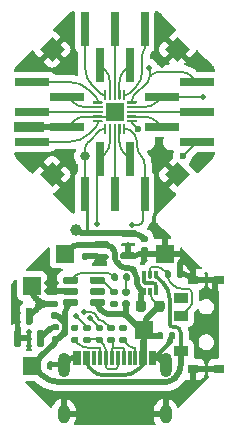
<source format=gtl>
G04 #@! TF.GenerationSoftware,KiCad,Pcbnew,8.0.9-8.0.9-0~ubuntu20.04.1*
G04 #@! TF.CreationDate,2025-06-12T23:47:11+01:00*
G04 #@! TF.ProjectId,ch32-breakout,63683332-2d62-4726-9561-6b6f75742e6b,rev?*
G04 #@! TF.SameCoordinates,Original*
G04 #@! TF.FileFunction,Copper,L1,Top*
G04 #@! TF.FilePolarity,Positive*
%FSLAX46Y46*%
G04 Gerber Fmt 4.6, Leading zero omitted, Abs format (unit mm)*
G04 Created by KiCad (PCBNEW 8.0.9-8.0.9-0~ubuntu20.04.1) date 2025-06-12 23:47:11*
%MOMM*%
%LPD*%
G01*
G04 APERTURE LIST*
G04 #@! TA.AperFunction,SMDPad,CuDef*
%ADD10R,3.000000X0.650000*%
G04 #@! TD*
G04 #@! TA.AperFunction,SMDPad,CuDef*
%ADD11R,0.650000X3.000000*%
G04 #@! TD*
G04 #@! TA.AperFunction,SMDPad,CuDef*
%ADD12C,1.000000*%
G04 #@! TD*
G04 #@! TA.AperFunction,SMDPad,CuDef*
%ADD13R,1.500000X1.500000*%
G04 #@! TD*
G04 #@! TA.AperFunction,SMDPad,CuDef*
%ADD14R,1.200000X0.900000*%
G04 #@! TD*
G04 #@! TA.AperFunction,SMDPad,CuDef*
%ADD15R,0.900000X0.800000*%
G04 #@! TD*
G04 #@! TA.AperFunction,HeatsinkPad*
%ADD16R,1.650000X1.650000*%
G04 #@! TD*
G04 #@! TA.AperFunction,SMDPad,CuDef*
%ADD17R,0.300000X1.150000*%
G04 #@! TD*
G04 #@! TA.AperFunction,HeatsinkPad*
%ADD18O,1.000000X2.100000*%
G04 #@! TD*
G04 #@! TA.AperFunction,HeatsinkPad*
%ADD19O,1.000000X1.600000*%
G04 #@! TD*
G04 #@! TA.AperFunction,ViaPad*
%ADD20C,0.500000*%
G04 #@! TD*
G04 #@! TA.AperFunction,ViaPad*
%ADD21C,0.800000*%
G04 #@! TD*
G04 #@! TA.AperFunction,ViaPad*
%ADD22C,0.600000*%
G04 #@! TD*
G04 #@! TA.AperFunction,Conductor*
%ADD23C,0.350000*%
G04 #@! TD*
G04 #@! TA.AperFunction,Conductor*
%ADD24C,0.500000*%
G04 #@! TD*
G04 #@! TA.AperFunction,Conductor*
%ADD25C,0.300000*%
G04 #@! TD*
G04 #@! TA.AperFunction,Conductor*
%ADD26C,0.200000*%
G04 #@! TD*
G04 #@! TA.AperFunction,Conductor*
%ADD27C,0.250000*%
G04 #@! TD*
G04 APERTURE END LIST*
D10*
X82000000Y-66960000D03*
X85000000Y-68230000D03*
X82000000Y-69500000D03*
X85000000Y-70770000D03*
X82000000Y-72040000D03*
G04 #@! TA.AperFunction,SMDPad,CuDef*
G36*
G01*
X89515000Y-87520000D02*
X89885000Y-87520000D01*
G75*
G02*
X90020000Y-87655000I0J-135000D01*
G01*
X90020000Y-87925000D01*
G75*
G02*
X89885000Y-88060000I-135000J0D01*
G01*
X89515000Y-88060000D01*
G75*
G02*
X89380000Y-87925000I0J135000D01*
G01*
X89380000Y-87655000D01*
G75*
G02*
X89515000Y-87520000I135000J0D01*
G01*
G37*
G04 #@! TD.AperFunction*
G04 #@! TA.AperFunction,SMDPad,CuDef*
G36*
G01*
X89515000Y-88540000D02*
X89885000Y-88540000D01*
G75*
G02*
X90020000Y-88675000I0J-135000D01*
G01*
X90020000Y-88945000D01*
G75*
G02*
X89885000Y-89080000I-135000J0D01*
G01*
X89515000Y-89080000D01*
G75*
G02*
X89380000Y-88945000I0J135000D01*
G01*
X89380000Y-88675000D01*
G75*
G02*
X89515000Y-88540000I135000J0D01*
G01*
G37*
G04 #@! TD.AperFunction*
G04 #@! TA.AperFunction,SMDPad,CuDef*
G36*
G01*
X91670000Y-81510000D02*
X91330000Y-81510000D01*
G75*
G02*
X91190000Y-81370000I0J140000D01*
G01*
X91190000Y-81090000D01*
G75*
G02*
X91330000Y-80950000I140000J0D01*
G01*
X91670000Y-80950000D01*
G75*
G02*
X91810000Y-81090000I0J-140000D01*
G01*
X91810000Y-81370000D01*
G75*
G02*
X91670000Y-81510000I-140000J0D01*
G01*
G37*
G04 #@! TD.AperFunction*
G04 #@! TA.AperFunction,SMDPad,CuDef*
G36*
G01*
X91670000Y-80550000D02*
X91330000Y-80550000D01*
G75*
G02*
X91190000Y-80410000I0J140000D01*
G01*
X91190000Y-80130000D01*
G75*
G02*
X91330000Y-79990000I140000J0D01*
G01*
X91670000Y-79990000D01*
G75*
G02*
X91810000Y-80130000I0J-140000D01*
G01*
X91810000Y-80410000D01*
G75*
G02*
X91670000Y-80550000I-140000J0D01*
G01*
G37*
G04 #@! TD.AperFunction*
D11*
X86460000Y-76500000D03*
X87730000Y-73500000D03*
X89000000Y-76500000D03*
X90270000Y-73500000D03*
X91540000Y-76500000D03*
G04 #@! TA.AperFunction,SMDPad,CuDef*
G36*
G01*
X86465000Y-87520000D02*
X86835000Y-87520000D01*
G75*
G02*
X86970000Y-87655000I0J-135000D01*
G01*
X86970000Y-87925000D01*
G75*
G02*
X86835000Y-88060000I-135000J0D01*
G01*
X86465000Y-88060000D01*
G75*
G02*
X86330000Y-87925000I0J135000D01*
G01*
X86330000Y-87655000D01*
G75*
G02*
X86465000Y-87520000I135000J0D01*
G01*
G37*
G04 #@! TD.AperFunction*
G04 #@! TA.AperFunction,SMDPad,CuDef*
G36*
G01*
X86465000Y-88540000D02*
X86835000Y-88540000D01*
G75*
G02*
X86970000Y-88675000I0J-135000D01*
G01*
X86970000Y-88945000D01*
G75*
G02*
X86835000Y-89080000I-135000J0D01*
G01*
X86465000Y-89080000D01*
G75*
G02*
X86330000Y-88945000I0J135000D01*
G01*
X86330000Y-88675000D01*
G75*
G02*
X86465000Y-88540000I135000J0D01*
G01*
G37*
G04 #@! TD.AperFunction*
G04 #@! TA.AperFunction,SMDPad,CuDef*
G36*
G01*
X83730000Y-85490000D02*
X84070000Y-85490000D01*
G75*
G02*
X84210000Y-85630000I0J-140000D01*
G01*
X84210000Y-85910000D01*
G75*
G02*
X84070000Y-86050000I-140000J0D01*
G01*
X83730000Y-86050000D01*
G75*
G02*
X83590000Y-85910000I0J140000D01*
G01*
X83590000Y-85630000D01*
G75*
G02*
X83730000Y-85490000I140000J0D01*
G01*
G37*
G04 #@! TD.AperFunction*
G04 #@! TA.AperFunction,SMDPad,CuDef*
G36*
G01*
X83730000Y-86450000D02*
X84070000Y-86450000D01*
G75*
G02*
X84210000Y-86590000I0J-140000D01*
G01*
X84210000Y-86870000D01*
G75*
G02*
X84070000Y-87010000I-140000J0D01*
G01*
X83730000Y-87010000D01*
G75*
G02*
X83590000Y-86870000I0J140000D01*
G01*
X83590000Y-86590000D01*
G75*
G02*
X83730000Y-86450000I140000J0D01*
G01*
G37*
G04 #@! TD.AperFunction*
D12*
X85750000Y-79500000D03*
D13*
X82000000Y-91000000D03*
G04 #@! TA.AperFunction,SMDPad,CuDef*
G36*
X94300000Y-65260660D02*
G01*
X93239340Y-64200000D01*
X94300000Y-63139340D01*
X95360660Y-64200000D01*
X94300000Y-65260660D01*
G37*
G04 #@! TD.AperFunction*
G04 #@! TA.AperFunction,SMDPad,CuDef*
G36*
G01*
X80950000Y-89425000D02*
X80650000Y-89425000D01*
G75*
G02*
X80500000Y-89275000I0J150000D01*
G01*
X80500000Y-88100000D01*
G75*
G02*
X80650000Y-87950000I150000J0D01*
G01*
X80950000Y-87950000D01*
G75*
G02*
X81100000Y-88100000I0J-150000D01*
G01*
X81100000Y-89275000D01*
G75*
G02*
X80950000Y-89425000I-150000J0D01*
G01*
G37*
G04 #@! TD.AperFunction*
G04 #@! TA.AperFunction,SMDPad,CuDef*
G36*
G01*
X82850000Y-89425000D02*
X82550000Y-89425000D01*
G75*
G02*
X82400000Y-89275000I0J150000D01*
G01*
X82400000Y-88100000D01*
G75*
G02*
X82550000Y-87950000I150000J0D01*
G01*
X82850000Y-87950000D01*
G75*
G02*
X83000000Y-88100000I0J-150000D01*
G01*
X83000000Y-89275000D01*
G75*
G02*
X82850000Y-89425000I-150000J0D01*
G01*
G37*
G04 #@! TD.AperFunction*
G04 #@! TA.AperFunction,SMDPad,CuDef*
G36*
G01*
X81900000Y-87550000D02*
X81600000Y-87550000D01*
G75*
G02*
X81450000Y-87400000I0J150000D01*
G01*
X81450000Y-86225000D01*
G75*
G02*
X81600000Y-86075000I150000J0D01*
G01*
X81900000Y-86075000D01*
G75*
G02*
X82050000Y-86225000I0J-150000D01*
G01*
X82050000Y-87400000D01*
G75*
G02*
X81900000Y-87550000I-150000J0D01*
G01*
G37*
G04 #@! TD.AperFunction*
G04 #@! TA.AperFunction,SMDPad,CuDef*
G36*
G01*
X88720000Y-83685000D02*
X88720000Y-83315000D01*
G75*
G02*
X88855000Y-83180000I135000J0D01*
G01*
X89125000Y-83180000D01*
G75*
G02*
X89260000Y-83315000I0J-135000D01*
G01*
X89260000Y-83685000D01*
G75*
G02*
X89125000Y-83820000I-135000J0D01*
G01*
X88855000Y-83820000D01*
G75*
G02*
X88720000Y-83685000I0J135000D01*
G01*
G37*
G04 #@! TD.AperFunction*
G04 #@! TA.AperFunction,SMDPad,CuDef*
G36*
G01*
X89740000Y-83685000D02*
X89740000Y-83315000D01*
G75*
G02*
X89875000Y-83180000I135000J0D01*
G01*
X90145000Y-83180000D01*
G75*
G02*
X90280000Y-83315000I0J-135000D01*
G01*
X90280000Y-83685000D01*
G75*
G02*
X90145000Y-83820000I-135000J0D01*
G01*
X89875000Y-83820000D01*
G75*
G02*
X89740000Y-83685000I0J135000D01*
G01*
G37*
G04 #@! TD.AperFunction*
G04 #@! TA.AperFunction,SMDPad,CuDef*
G36*
X94300000Y-75860660D02*
G01*
X93239340Y-74800000D01*
X94300000Y-73739340D01*
X95360660Y-74800000D01*
X94300000Y-75860660D01*
G37*
G04 #@! TD.AperFunction*
G04 #@! TA.AperFunction,SMDPad,CuDef*
G36*
G01*
X89777500Y-84470000D02*
X90122500Y-84470000D01*
G75*
G02*
X90270000Y-84617500I0J-147500D01*
G01*
X90270000Y-84912500D01*
G75*
G02*
X90122500Y-85060000I-147500J0D01*
G01*
X89777500Y-85060000D01*
G75*
G02*
X89630000Y-84912500I0J147500D01*
G01*
X89630000Y-84617500D01*
G75*
G02*
X89777500Y-84470000I147500J0D01*
G01*
G37*
G04 #@! TD.AperFunction*
G04 #@! TA.AperFunction,SMDPad,CuDef*
G36*
G01*
X89777500Y-85440000D02*
X90122500Y-85440000D01*
G75*
G02*
X90270000Y-85587500I0J-147500D01*
G01*
X90270000Y-85882500D01*
G75*
G02*
X90122500Y-86030000I-147500J0D01*
G01*
X89777500Y-86030000D01*
G75*
G02*
X89630000Y-85882500I0J147500D01*
G01*
X89630000Y-85587500D01*
G75*
G02*
X89777500Y-85440000I147500J0D01*
G01*
G37*
G04 #@! TD.AperFunction*
G04 #@! TA.AperFunction,SMDPad,CuDef*
G36*
G01*
X90775000Y-86206250D02*
X90775000Y-85693750D01*
G75*
G02*
X90993750Y-85475000I218750J0D01*
G01*
X91431250Y-85475000D01*
G75*
G02*
X91650000Y-85693750I0J-218750D01*
G01*
X91650000Y-86206250D01*
G75*
G02*
X91431250Y-86425000I-218750J0D01*
G01*
X90993750Y-86425000D01*
G75*
G02*
X90775000Y-86206250I0J218750D01*
G01*
G37*
G04 #@! TD.AperFunction*
G04 #@! TA.AperFunction,SMDPad,CuDef*
G36*
G01*
X92350000Y-86206250D02*
X92350000Y-85693750D01*
G75*
G02*
X92568750Y-85475000I218750J0D01*
G01*
X93006250Y-85475000D01*
G75*
G02*
X93225000Y-85693750I0J-218750D01*
G01*
X93225000Y-86206250D01*
G75*
G02*
X93006250Y-86425000I-218750J0D01*
G01*
X92568750Y-86425000D01*
G75*
G02*
X92350000Y-86206250I0J218750D01*
G01*
G37*
G04 #@! TD.AperFunction*
G04 #@! TA.AperFunction,SMDPad,CuDef*
G36*
G01*
X93220000Y-83435000D02*
X93220000Y-83065000D01*
G75*
G02*
X93355000Y-82930000I135000J0D01*
G01*
X93625000Y-82930000D01*
G75*
G02*
X93760000Y-83065000I0J-135000D01*
G01*
X93760000Y-83435000D01*
G75*
G02*
X93625000Y-83570000I-135000J0D01*
G01*
X93355000Y-83570000D01*
G75*
G02*
X93220000Y-83435000I0J135000D01*
G01*
G37*
G04 #@! TD.AperFunction*
G04 #@! TA.AperFunction,SMDPad,CuDef*
G36*
G01*
X94240000Y-83435000D02*
X94240000Y-83065000D01*
G75*
G02*
X94375000Y-82930000I135000J0D01*
G01*
X94645000Y-82930000D01*
G75*
G02*
X94780000Y-83065000I0J-135000D01*
G01*
X94780000Y-83435000D01*
G75*
G02*
X94645000Y-83570000I-135000J0D01*
G01*
X94375000Y-83570000D01*
G75*
G02*
X94240000Y-83435000I0J135000D01*
G01*
G37*
G04 #@! TD.AperFunction*
G04 #@! TA.AperFunction,SMDPad,CuDef*
G36*
G01*
X90800000Y-81550000D02*
X90800000Y-81850000D01*
G75*
G02*
X90650000Y-82000000I-150000J0D01*
G01*
X89625000Y-82000000D01*
G75*
G02*
X89475000Y-81850000I0J150000D01*
G01*
X89475000Y-81550000D01*
G75*
G02*
X89625000Y-81400000I150000J0D01*
G01*
X90650000Y-81400000D01*
G75*
G02*
X90800000Y-81550000I0J-150000D01*
G01*
G37*
G04 #@! TD.AperFunction*
G04 #@! TA.AperFunction,SMDPad,CuDef*
G36*
G01*
X90800000Y-79650000D02*
X90800000Y-79950000D01*
G75*
G02*
X90650000Y-80100000I-150000J0D01*
G01*
X89625000Y-80100000D01*
G75*
G02*
X89475000Y-79950000I0J150000D01*
G01*
X89475000Y-79650000D01*
G75*
G02*
X89625000Y-79500000I150000J0D01*
G01*
X90650000Y-79500000D01*
G75*
G02*
X90800000Y-79650000I0J-150000D01*
G01*
G37*
G04 #@! TD.AperFunction*
G04 #@! TA.AperFunction,SMDPad,CuDef*
G36*
G01*
X88525000Y-80600000D02*
X88525000Y-80900000D01*
G75*
G02*
X88375000Y-81050000I-150000J0D01*
G01*
X87350000Y-81050000D01*
G75*
G02*
X87200000Y-80900000I0J150000D01*
G01*
X87200000Y-80600000D01*
G75*
G02*
X87350000Y-80450000I150000J0D01*
G01*
X88375000Y-80450000D01*
G75*
G02*
X88525000Y-80600000I0J-150000D01*
G01*
G37*
G04 #@! TD.AperFunction*
X84750000Y-81500000D03*
G04 #@! TA.AperFunction,SMDPad,CuDef*
G36*
G01*
X83815000Y-87470000D02*
X84185000Y-87470000D01*
G75*
G02*
X84320000Y-87605000I0J-135000D01*
G01*
X84320000Y-87875000D01*
G75*
G02*
X84185000Y-88010000I-135000J0D01*
G01*
X83815000Y-88010000D01*
G75*
G02*
X83680000Y-87875000I0J135000D01*
G01*
X83680000Y-87605000D01*
G75*
G02*
X83815000Y-87470000I135000J0D01*
G01*
G37*
G04 #@! TD.AperFunction*
G04 #@! TA.AperFunction,SMDPad,CuDef*
G36*
G01*
X83815000Y-88490000D02*
X84185000Y-88490000D01*
G75*
G02*
X84320000Y-88625000I0J-135000D01*
G01*
X84320000Y-88895000D01*
G75*
G02*
X84185000Y-89030000I-135000J0D01*
G01*
X83815000Y-89030000D01*
G75*
G02*
X83680000Y-88895000I0J135000D01*
G01*
X83680000Y-88625000D01*
G75*
G02*
X83815000Y-88490000I135000J0D01*
G01*
G37*
G04 #@! TD.AperFunction*
D10*
X96000000Y-72040000D03*
X93000000Y-70770000D03*
X96000000Y-69500000D03*
X93000000Y-68230000D03*
X96000000Y-66960000D03*
D14*
X94600000Y-89750000D03*
X94600000Y-86750000D03*
X94600000Y-85250000D03*
D15*
X95650000Y-83700000D03*
X95650000Y-91300000D03*
X97850000Y-91300000D03*
X97850000Y-83700000D03*
D11*
X91540000Y-62500000D03*
X90270000Y-65500000D03*
X89000000Y-62500000D03*
X87730000Y-65500000D03*
X86460000Y-62500000D03*
G04 #@! TA.AperFunction,SMDPad,CuDef*
G36*
G01*
X86670000Y-82010000D02*
X86330000Y-82010000D01*
G75*
G02*
X86190000Y-81870000I0J140000D01*
G01*
X86190000Y-81590000D01*
G75*
G02*
X86330000Y-81450000I140000J0D01*
G01*
X86670000Y-81450000D01*
G75*
G02*
X86810000Y-81590000I0J-140000D01*
G01*
X86810000Y-81870000D01*
G75*
G02*
X86670000Y-82010000I-140000J0D01*
G01*
G37*
G04 #@! TD.AperFunction*
G04 #@! TA.AperFunction,SMDPad,CuDef*
G36*
G01*
X86670000Y-81050000D02*
X86330000Y-81050000D01*
G75*
G02*
X86190000Y-80910000I0J140000D01*
G01*
X86190000Y-80630000D01*
G75*
G02*
X86330000Y-80490000I140000J0D01*
G01*
X86670000Y-80490000D01*
G75*
G02*
X86810000Y-80630000I0J-140000D01*
G01*
X86810000Y-80910000D01*
G75*
G02*
X86670000Y-81050000I-140000J0D01*
G01*
G37*
G04 #@! TD.AperFunction*
G04 #@! TA.AperFunction,SMDPad,CuDef*
G36*
G01*
X87515000Y-87520000D02*
X87885000Y-87520000D01*
G75*
G02*
X88020000Y-87655000I0J-135000D01*
G01*
X88020000Y-87925000D01*
G75*
G02*
X87885000Y-88060000I-135000J0D01*
G01*
X87515000Y-88060000D01*
G75*
G02*
X87380000Y-87925000I0J135000D01*
G01*
X87380000Y-87655000D01*
G75*
G02*
X87515000Y-87520000I135000J0D01*
G01*
G37*
G04 #@! TD.AperFunction*
G04 #@! TA.AperFunction,SMDPad,CuDef*
G36*
G01*
X87515000Y-88540000D02*
X87885000Y-88540000D01*
G75*
G02*
X88020000Y-88675000I0J-135000D01*
G01*
X88020000Y-88945000D01*
G75*
G02*
X87885000Y-89080000I-135000J0D01*
G01*
X87515000Y-89080000D01*
G75*
G02*
X87380000Y-88945000I0J135000D01*
G01*
X87380000Y-88675000D01*
G75*
G02*
X87515000Y-88540000I135000J0D01*
G01*
G37*
G04 #@! TD.AperFunction*
G04 #@! TA.AperFunction,SMDPad,CuDef*
G36*
G01*
X87125000Y-68750000D02*
X87125000Y-68650000D01*
G75*
G02*
X87175000Y-68600000I50000J0D01*
G01*
X87925000Y-68600000D01*
G75*
G02*
X87975000Y-68650000I0J-50000D01*
G01*
X87975000Y-68750000D01*
G75*
G02*
X87925000Y-68800000I-50000J0D01*
G01*
X87175000Y-68800000D01*
G75*
G02*
X87125000Y-68750000I0J50000D01*
G01*
G37*
G04 #@! TD.AperFunction*
G04 #@! TA.AperFunction,SMDPad,CuDef*
G36*
G01*
X87125000Y-69150000D02*
X87125000Y-69050000D01*
G75*
G02*
X87175000Y-69000000I50000J0D01*
G01*
X87925000Y-69000000D01*
G75*
G02*
X87975000Y-69050000I0J-50000D01*
G01*
X87975000Y-69150000D01*
G75*
G02*
X87925000Y-69200000I-50000J0D01*
G01*
X87175000Y-69200000D01*
G75*
G02*
X87125000Y-69150000I0J50000D01*
G01*
G37*
G04 #@! TD.AperFunction*
G04 #@! TA.AperFunction,SMDPad,CuDef*
G36*
G01*
X87125000Y-69550000D02*
X87125000Y-69450000D01*
G75*
G02*
X87175000Y-69400000I50000J0D01*
G01*
X87925000Y-69400000D01*
G75*
G02*
X87975000Y-69450000I0J-50000D01*
G01*
X87975000Y-69550000D01*
G75*
G02*
X87925000Y-69600000I-50000J0D01*
G01*
X87175000Y-69600000D01*
G75*
G02*
X87125000Y-69550000I0J50000D01*
G01*
G37*
G04 #@! TD.AperFunction*
G04 #@! TA.AperFunction,SMDPad,CuDef*
G36*
G01*
X87125000Y-69950000D02*
X87125000Y-69850000D01*
G75*
G02*
X87175000Y-69800000I50000J0D01*
G01*
X87925000Y-69800000D01*
G75*
G02*
X87975000Y-69850000I0J-50000D01*
G01*
X87975000Y-69950000D01*
G75*
G02*
X87925000Y-70000000I-50000J0D01*
G01*
X87175000Y-70000000D01*
G75*
G02*
X87125000Y-69950000I0J50000D01*
G01*
G37*
G04 #@! TD.AperFunction*
G04 #@! TA.AperFunction,SMDPad,CuDef*
G36*
G01*
X87125000Y-70350000D02*
X87125000Y-70250000D01*
G75*
G02*
X87175000Y-70200000I50000J0D01*
G01*
X87925000Y-70200000D01*
G75*
G02*
X87975000Y-70250000I0J-50000D01*
G01*
X87975000Y-70350000D01*
G75*
G02*
X87925000Y-70400000I-50000J0D01*
G01*
X87175000Y-70400000D01*
G75*
G02*
X87125000Y-70350000I0J50000D01*
G01*
G37*
G04 #@! TD.AperFunction*
G04 #@! TA.AperFunction,SMDPad,CuDef*
G36*
G01*
X88100000Y-71325000D02*
X88100000Y-70575000D01*
G75*
G02*
X88150000Y-70525000I50000J0D01*
G01*
X88250000Y-70525000D01*
G75*
G02*
X88300000Y-70575000I0J-50000D01*
G01*
X88300000Y-71325000D01*
G75*
G02*
X88250000Y-71375000I-50000J0D01*
G01*
X88150000Y-71375000D01*
G75*
G02*
X88100000Y-71325000I0J50000D01*
G01*
G37*
G04 #@! TD.AperFunction*
G04 #@! TA.AperFunction,SMDPad,CuDef*
G36*
G01*
X88500000Y-71325000D02*
X88500000Y-70575000D01*
G75*
G02*
X88550000Y-70525000I50000J0D01*
G01*
X88650000Y-70525000D01*
G75*
G02*
X88700000Y-70575000I0J-50000D01*
G01*
X88700000Y-71325000D01*
G75*
G02*
X88650000Y-71375000I-50000J0D01*
G01*
X88550000Y-71375000D01*
G75*
G02*
X88500000Y-71325000I0J50000D01*
G01*
G37*
G04 #@! TD.AperFunction*
G04 #@! TA.AperFunction,SMDPad,CuDef*
G36*
G01*
X88900000Y-71325000D02*
X88900000Y-70575000D01*
G75*
G02*
X88950000Y-70525000I50000J0D01*
G01*
X89050000Y-70525000D01*
G75*
G02*
X89100000Y-70575000I0J-50000D01*
G01*
X89100000Y-71325000D01*
G75*
G02*
X89050000Y-71375000I-50000J0D01*
G01*
X88950000Y-71375000D01*
G75*
G02*
X88900000Y-71325000I0J50000D01*
G01*
G37*
G04 #@! TD.AperFunction*
G04 #@! TA.AperFunction,SMDPad,CuDef*
G36*
G01*
X89300000Y-71325000D02*
X89300000Y-70575000D01*
G75*
G02*
X89350000Y-70525000I50000J0D01*
G01*
X89450000Y-70525000D01*
G75*
G02*
X89500000Y-70575000I0J-50000D01*
G01*
X89500000Y-71325000D01*
G75*
G02*
X89450000Y-71375000I-50000J0D01*
G01*
X89350000Y-71375000D01*
G75*
G02*
X89300000Y-71325000I0J50000D01*
G01*
G37*
G04 #@! TD.AperFunction*
G04 #@! TA.AperFunction,SMDPad,CuDef*
G36*
G01*
X89700000Y-71325000D02*
X89700000Y-70575000D01*
G75*
G02*
X89750000Y-70525000I50000J0D01*
G01*
X89850000Y-70525000D01*
G75*
G02*
X89900000Y-70575000I0J-50000D01*
G01*
X89900000Y-71325000D01*
G75*
G02*
X89850000Y-71375000I-50000J0D01*
G01*
X89750000Y-71375000D01*
G75*
G02*
X89700000Y-71325000I0J50000D01*
G01*
G37*
G04 #@! TD.AperFunction*
G04 #@! TA.AperFunction,SMDPad,CuDef*
G36*
G01*
X90025000Y-70350000D02*
X90025000Y-70250000D01*
G75*
G02*
X90075000Y-70200000I50000J0D01*
G01*
X90825000Y-70200000D01*
G75*
G02*
X90875000Y-70250000I0J-50000D01*
G01*
X90875000Y-70350000D01*
G75*
G02*
X90825000Y-70400000I-50000J0D01*
G01*
X90075000Y-70400000D01*
G75*
G02*
X90025000Y-70350000I0J50000D01*
G01*
G37*
G04 #@! TD.AperFunction*
G04 #@! TA.AperFunction,SMDPad,CuDef*
G36*
G01*
X90025000Y-69950000D02*
X90025000Y-69850000D01*
G75*
G02*
X90075000Y-69800000I50000J0D01*
G01*
X90825000Y-69800000D01*
G75*
G02*
X90875000Y-69850000I0J-50000D01*
G01*
X90875000Y-69950000D01*
G75*
G02*
X90825000Y-70000000I-50000J0D01*
G01*
X90075000Y-70000000D01*
G75*
G02*
X90025000Y-69950000I0J50000D01*
G01*
G37*
G04 #@! TD.AperFunction*
G04 #@! TA.AperFunction,SMDPad,CuDef*
G36*
G01*
X90025000Y-69550000D02*
X90025000Y-69450000D01*
G75*
G02*
X90075000Y-69400000I50000J0D01*
G01*
X90825000Y-69400000D01*
G75*
G02*
X90875000Y-69450000I0J-50000D01*
G01*
X90875000Y-69550000D01*
G75*
G02*
X90825000Y-69600000I-50000J0D01*
G01*
X90075000Y-69600000D01*
G75*
G02*
X90025000Y-69550000I0J50000D01*
G01*
G37*
G04 #@! TD.AperFunction*
G04 #@! TA.AperFunction,SMDPad,CuDef*
G36*
G01*
X90025000Y-69150000D02*
X90025000Y-69050000D01*
G75*
G02*
X90075000Y-69000000I50000J0D01*
G01*
X90825000Y-69000000D01*
G75*
G02*
X90875000Y-69050000I0J-50000D01*
G01*
X90875000Y-69150000D01*
G75*
G02*
X90825000Y-69200000I-50000J0D01*
G01*
X90075000Y-69200000D01*
G75*
G02*
X90025000Y-69150000I0J50000D01*
G01*
G37*
G04 #@! TD.AperFunction*
G04 #@! TA.AperFunction,SMDPad,CuDef*
G36*
G01*
X90025000Y-68750000D02*
X90025000Y-68650000D01*
G75*
G02*
X90075000Y-68600000I50000J0D01*
G01*
X90825000Y-68600000D01*
G75*
G02*
X90875000Y-68650000I0J-50000D01*
G01*
X90875000Y-68750000D01*
G75*
G02*
X90825000Y-68800000I-50000J0D01*
G01*
X90075000Y-68800000D01*
G75*
G02*
X90025000Y-68750000I0J50000D01*
G01*
G37*
G04 #@! TD.AperFunction*
G04 #@! TA.AperFunction,SMDPad,CuDef*
G36*
G01*
X89700000Y-68425000D02*
X89700000Y-67675000D01*
G75*
G02*
X89750000Y-67625000I50000J0D01*
G01*
X89850000Y-67625000D01*
G75*
G02*
X89900000Y-67675000I0J-50000D01*
G01*
X89900000Y-68425000D01*
G75*
G02*
X89850000Y-68475000I-50000J0D01*
G01*
X89750000Y-68475000D01*
G75*
G02*
X89700000Y-68425000I0J50000D01*
G01*
G37*
G04 #@! TD.AperFunction*
G04 #@! TA.AperFunction,SMDPad,CuDef*
G36*
G01*
X89300000Y-68425000D02*
X89300000Y-67675000D01*
G75*
G02*
X89350000Y-67625000I50000J0D01*
G01*
X89450000Y-67625000D01*
G75*
G02*
X89500000Y-67675000I0J-50000D01*
G01*
X89500000Y-68425000D01*
G75*
G02*
X89450000Y-68475000I-50000J0D01*
G01*
X89350000Y-68475000D01*
G75*
G02*
X89300000Y-68425000I0J50000D01*
G01*
G37*
G04 #@! TD.AperFunction*
G04 #@! TA.AperFunction,SMDPad,CuDef*
G36*
G01*
X88900000Y-68425000D02*
X88900000Y-67675000D01*
G75*
G02*
X88950000Y-67625000I50000J0D01*
G01*
X89050000Y-67625000D01*
G75*
G02*
X89100000Y-67675000I0J-50000D01*
G01*
X89100000Y-68425000D01*
G75*
G02*
X89050000Y-68475000I-50000J0D01*
G01*
X88950000Y-68475000D01*
G75*
G02*
X88900000Y-68425000I0J50000D01*
G01*
G37*
G04 #@! TD.AperFunction*
G04 #@! TA.AperFunction,SMDPad,CuDef*
G36*
G01*
X88500000Y-68425000D02*
X88500000Y-67675000D01*
G75*
G02*
X88550000Y-67625000I50000J0D01*
G01*
X88650000Y-67625000D01*
G75*
G02*
X88700000Y-67675000I0J-50000D01*
G01*
X88700000Y-68425000D01*
G75*
G02*
X88650000Y-68475000I-50000J0D01*
G01*
X88550000Y-68475000D01*
G75*
G02*
X88500000Y-68425000I0J50000D01*
G01*
G37*
G04 #@! TD.AperFunction*
G04 #@! TA.AperFunction,SMDPad,CuDef*
G36*
G01*
X88100000Y-68425000D02*
X88100000Y-67675000D01*
G75*
G02*
X88150000Y-67625000I50000J0D01*
G01*
X88250000Y-67625000D01*
G75*
G02*
X88300000Y-67675000I0J-50000D01*
G01*
X88300000Y-68425000D01*
G75*
G02*
X88250000Y-68475000I-50000J0D01*
G01*
X88150000Y-68475000D01*
G75*
G02*
X88100000Y-68425000I0J50000D01*
G01*
G37*
G04 #@! TD.AperFunction*
D16*
X89000000Y-69500000D03*
G04 #@! TA.AperFunction,SMDPad,CuDef*
G36*
G01*
X92570000Y-88635000D02*
X92570000Y-88265000D01*
G75*
G02*
X92705000Y-88130000I135000J0D01*
G01*
X92975000Y-88130000D01*
G75*
G02*
X93110000Y-88265000I0J-135000D01*
G01*
X93110000Y-88635000D01*
G75*
G02*
X92975000Y-88770000I-135000J0D01*
G01*
X92705000Y-88770000D01*
G75*
G02*
X92570000Y-88635000I0J135000D01*
G01*
G37*
G04 #@! TD.AperFunction*
G04 #@! TA.AperFunction,SMDPad,CuDef*
G36*
G01*
X93590000Y-88635000D02*
X93590000Y-88265000D01*
G75*
G02*
X93725000Y-88130000I135000J0D01*
G01*
X93995000Y-88130000D01*
G75*
G02*
X94130000Y-88265000I0J-135000D01*
G01*
X94130000Y-88635000D01*
G75*
G02*
X93995000Y-88770000I-135000J0D01*
G01*
X93725000Y-88770000D01*
G75*
G02*
X93590000Y-88635000I0J135000D01*
G01*
G37*
G04 #@! TD.AperFunction*
G04 #@! TA.AperFunction,SMDPad,CuDef*
G36*
G01*
X91587500Y-85050000D02*
X91412500Y-85050000D01*
G75*
G02*
X91325000Y-84962500I0J87500D01*
G01*
X91325000Y-84462500D01*
G75*
G02*
X91412500Y-84375000I87500J0D01*
G01*
X91587500Y-84375000D01*
G75*
G02*
X91675000Y-84462500I0J-87500D01*
G01*
X91675000Y-84962500D01*
G75*
G02*
X91587500Y-85050000I-87500J0D01*
G01*
G37*
G04 #@! TD.AperFunction*
G04 #@! TA.AperFunction,SMDPad,CuDef*
G36*
G01*
X92087500Y-85050000D02*
X91912500Y-85050000D01*
G75*
G02*
X91825000Y-84962500I0J87500D01*
G01*
X91825000Y-84462500D01*
G75*
G02*
X91912500Y-84375000I87500J0D01*
G01*
X92087500Y-84375000D01*
G75*
G02*
X92175000Y-84462500I0J-87500D01*
G01*
X92175000Y-84962500D01*
G75*
G02*
X92087500Y-85050000I-87500J0D01*
G01*
G37*
G04 #@! TD.AperFunction*
G04 #@! TA.AperFunction,SMDPad,CuDef*
G36*
G01*
X92587500Y-85050000D02*
X92412500Y-85050000D01*
G75*
G02*
X92325000Y-84962500I0J87500D01*
G01*
X92325000Y-84462500D01*
G75*
G02*
X92412500Y-84375000I87500J0D01*
G01*
X92587500Y-84375000D01*
G75*
G02*
X92675000Y-84462500I0J-87500D01*
G01*
X92675000Y-84962500D01*
G75*
G02*
X92587500Y-85050000I-87500J0D01*
G01*
G37*
G04 #@! TD.AperFunction*
G04 #@! TA.AperFunction,SMDPad,CuDef*
G36*
G01*
X92587500Y-83625000D02*
X92412500Y-83625000D01*
G75*
G02*
X92325000Y-83537500I0J87500D01*
G01*
X92325000Y-83037500D01*
G75*
G02*
X92412500Y-82950000I87500J0D01*
G01*
X92587500Y-82950000D01*
G75*
G02*
X92675000Y-83037500I0J-87500D01*
G01*
X92675000Y-83537500D01*
G75*
G02*
X92587500Y-83625000I-87500J0D01*
G01*
G37*
G04 #@! TD.AperFunction*
G04 #@! TA.AperFunction,SMDPad,CuDef*
G36*
G01*
X92087500Y-83625000D02*
X91912500Y-83625000D01*
G75*
G02*
X91825000Y-83537500I0J87500D01*
G01*
X91825000Y-83037500D01*
G75*
G02*
X91912500Y-82950000I87500J0D01*
G01*
X92087500Y-82950000D01*
G75*
G02*
X92175000Y-83037500I0J-87500D01*
G01*
X92175000Y-83537500D01*
G75*
G02*
X92087500Y-83625000I-87500J0D01*
G01*
G37*
G04 #@! TD.AperFunction*
G04 #@! TA.AperFunction,SMDPad,CuDef*
G36*
G01*
X91587500Y-83625000D02*
X91412500Y-83625000D01*
G75*
G02*
X91325000Y-83537500I0J87500D01*
G01*
X91325000Y-83037500D01*
G75*
G02*
X91412500Y-82950000I87500J0D01*
G01*
X91587500Y-82950000D01*
G75*
G02*
X91675000Y-83037500I0J-87500D01*
G01*
X91675000Y-83537500D01*
G75*
G02*
X91587500Y-83625000I-87500J0D01*
G01*
G37*
G04 #@! TD.AperFunction*
D13*
X91450000Y-87950000D03*
D17*
X85650000Y-90330000D03*
X86450000Y-90330000D03*
X87750000Y-90330000D03*
X88750000Y-90330000D03*
X89250000Y-90330000D03*
X90250000Y-90330000D03*
X91550000Y-90330000D03*
X92350000Y-90330000D03*
X92050000Y-90330000D03*
X91250000Y-90330000D03*
X90750000Y-90330000D03*
X89750000Y-90330000D03*
X88250000Y-90330000D03*
X87250000Y-90330000D03*
X86750000Y-90330000D03*
X85950000Y-90330000D03*
D18*
X84680000Y-90895000D03*
D19*
X84680000Y-95075000D03*
D18*
X93320000Y-90895000D03*
D19*
X93320000Y-95075000D03*
D13*
X82000000Y-84250000D03*
G04 #@! TA.AperFunction,SMDPad,CuDef*
G36*
G01*
X85415000Y-87520000D02*
X85785000Y-87520000D01*
G75*
G02*
X85920000Y-87655000I0J-135000D01*
G01*
X85920000Y-87925000D01*
G75*
G02*
X85785000Y-88060000I-135000J0D01*
G01*
X85415000Y-88060000D01*
G75*
G02*
X85280000Y-87925000I0J135000D01*
G01*
X85280000Y-87655000D01*
G75*
G02*
X85415000Y-87520000I135000J0D01*
G01*
G37*
G04 #@! TD.AperFunction*
G04 #@! TA.AperFunction,SMDPad,CuDef*
G36*
G01*
X85415000Y-88540000D02*
X85785000Y-88540000D01*
G75*
G02*
X85920000Y-88675000I0J-135000D01*
G01*
X85920000Y-88945000D01*
G75*
G02*
X85785000Y-89080000I-135000J0D01*
G01*
X85415000Y-89080000D01*
G75*
G02*
X85280000Y-88945000I0J135000D01*
G01*
X85280000Y-88675000D01*
G75*
G02*
X85415000Y-88540000I135000J0D01*
G01*
G37*
G04 #@! TD.AperFunction*
G04 #@! TA.AperFunction,SMDPad,CuDef*
G36*
X83700000Y-65260660D02*
G01*
X82639340Y-64200000D01*
X83700000Y-63139340D01*
X84760660Y-64200000D01*
X83700000Y-65260660D01*
G37*
G04 #@! TD.AperFunction*
G04 #@! TA.AperFunction,SMDPad,CuDef*
G36*
G01*
X88515000Y-87520000D02*
X88885000Y-87520000D01*
G75*
G02*
X89020000Y-87655000I0J-135000D01*
G01*
X89020000Y-87925000D01*
G75*
G02*
X88885000Y-88060000I-135000J0D01*
G01*
X88515000Y-88060000D01*
G75*
G02*
X88380000Y-87925000I0J135000D01*
G01*
X88380000Y-87655000D01*
G75*
G02*
X88515000Y-87520000I135000J0D01*
G01*
G37*
G04 #@! TD.AperFunction*
G04 #@! TA.AperFunction,SMDPad,CuDef*
G36*
G01*
X88515000Y-88540000D02*
X88885000Y-88540000D01*
G75*
G02*
X89020000Y-88675000I0J-135000D01*
G01*
X89020000Y-88945000D01*
G75*
G02*
X88885000Y-89080000I-135000J0D01*
G01*
X88515000Y-89080000D01*
G75*
G02*
X88380000Y-88945000I0J135000D01*
G01*
X88380000Y-88675000D01*
G75*
G02*
X88515000Y-88540000I135000J0D01*
G01*
G37*
G04 #@! TD.AperFunction*
X93250000Y-81500000D03*
G04 #@! TA.AperFunction,SMDPad,CuDef*
G36*
G01*
X88765000Y-84470000D02*
X89135000Y-84470000D01*
G75*
G02*
X89270000Y-84605000I0J-135000D01*
G01*
X89270000Y-84875000D01*
G75*
G02*
X89135000Y-85010000I-135000J0D01*
G01*
X88765000Y-85010000D01*
G75*
G02*
X88630000Y-84875000I0J135000D01*
G01*
X88630000Y-84605000D01*
G75*
G02*
X88765000Y-84470000I135000J0D01*
G01*
G37*
G04 #@! TD.AperFunction*
G04 #@! TA.AperFunction,SMDPad,CuDef*
G36*
G01*
X88765000Y-85490000D02*
X89135000Y-85490000D01*
G75*
G02*
X89270000Y-85625000I0J-135000D01*
G01*
X89270000Y-85895000D01*
G75*
G02*
X89135000Y-86030000I-135000J0D01*
G01*
X88765000Y-86030000D01*
G75*
G02*
X88630000Y-85895000I0J135000D01*
G01*
X88630000Y-85625000D01*
G75*
G02*
X88765000Y-85490000I135000J0D01*
G01*
G37*
G04 #@! TD.AperFunction*
G04 #@! TA.AperFunction,SMDPad,CuDef*
G36*
X83700000Y-75860660D02*
G01*
X82639340Y-74800000D01*
X83700000Y-73739340D01*
X84760660Y-74800000D01*
X83700000Y-75860660D01*
G37*
G04 #@! TD.AperFunction*
G04 #@! TA.AperFunction,SMDPad,CuDef*
G36*
G01*
X84600000Y-83900000D02*
X84600000Y-83600000D01*
G75*
G02*
X84750000Y-83450000I150000J0D01*
G01*
X85775000Y-83450000D01*
G75*
G02*
X85925000Y-83600000I0J-150000D01*
G01*
X85925000Y-83900000D01*
G75*
G02*
X85775000Y-84050000I-150000J0D01*
G01*
X84750000Y-84050000D01*
G75*
G02*
X84600000Y-83900000I0J150000D01*
G01*
G37*
G04 #@! TD.AperFunction*
G04 #@! TA.AperFunction,SMDPad,CuDef*
G36*
G01*
X84600000Y-84850000D02*
X84600000Y-84550000D01*
G75*
G02*
X84750000Y-84400000I150000J0D01*
G01*
X85775000Y-84400000D01*
G75*
G02*
X85925000Y-84550000I0J-150000D01*
G01*
X85925000Y-84850000D01*
G75*
G02*
X85775000Y-85000000I-150000J0D01*
G01*
X84750000Y-85000000D01*
G75*
G02*
X84600000Y-84850000I0J150000D01*
G01*
G37*
G04 #@! TD.AperFunction*
G04 #@! TA.AperFunction,SMDPad,CuDef*
G36*
G01*
X84600000Y-85800000D02*
X84600000Y-85500000D01*
G75*
G02*
X84750000Y-85350000I150000J0D01*
G01*
X85775000Y-85350000D01*
G75*
G02*
X85925000Y-85500000I0J-150000D01*
G01*
X85925000Y-85800000D01*
G75*
G02*
X85775000Y-85950000I-150000J0D01*
G01*
X84750000Y-85950000D01*
G75*
G02*
X84600000Y-85800000I0J150000D01*
G01*
G37*
G04 #@! TD.AperFunction*
G04 #@! TA.AperFunction,SMDPad,CuDef*
G36*
G01*
X86875000Y-85800000D02*
X86875000Y-85500000D01*
G75*
G02*
X87025000Y-85350000I150000J0D01*
G01*
X88050000Y-85350000D01*
G75*
G02*
X88200000Y-85500000I0J-150000D01*
G01*
X88200000Y-85800000D01*
G75*
G02*
X88050000Y-85950000I-150000J0D01*
G01*
X87025000Y-85950000D01*
G75*
G02*
X86875000Y-85800000I0J150000D01*
G01*
G37*
G04 #@! TD.AperFunction*
G04 #@! TA.AperFunction,SMDPad,CuDef*
G36*
G01*
X86875000Y-84850000D02*
X86875000Y-84550000D01*
G75*
G02*
X87025000Y-84400000I150000J0D01*
G01*
X88050000Y-84400000D01*
G75*
G02*
X88200000Y-84550000I0J-150000D01*
G01*
X88200000Y-84850000D01*
G75*
G02*
X88050000Y-85000000I-150000J0D01*
G01*
X87025000Y-85000000D01*
G75*
G02*
X86875000Y-84850000I0J150000D01*
G01*
G37*
G04 #@! TD.AperFunction*
G04 #@! TA.AperFunction,SMDPad,CuDef*
G36*
G01*
X86875000Y-83900000D02*
X86875000Y-83600000D01*
G75*
G02*
X87025000Y-83450000I150000J0D01*
G01*
X88050000Y-83450000D01*
G75*
G02*
X88200000Y-83600000I0J-150000D01*
G01*
X88200000Y-83900000D01*
G75*
G02*
X88050000Y-84050000I-150000J0D01*
G01*
X87025000Y-84050000D01*
G75*
G02*
X86875000Y-83900000I0J150000D01*
G01*
G37*
G04 #@! TD.AperFunction*
D20*
X88950000Y-85760000D03*
X84050000Y-84000000D03*
X93000000Y-73500000D03*
X93000000Y-62750000D03*
X90150000Y-80750000D03*
X80800000Y-86550000D03*
X81750000Y-88100000D03*
X93000000Y-65500000D03*
X94300000Y-64200000D03*
X93000000Y-76250000D03*
X84050000Y-84700000D03*
X81750000Y-89300000D03*
X94650000Y-82150000D03*
X83700000Y-74800000D03*
X96000000Y-73500000D03*
X83300000Y-84000000D03*
X91500000Y-82100000D03*
X82250000Y-65500000D03*
X81750000Y-88700000D03*
X87500000Y-81750000D03*
X89700000Y-87790000D03*
X88300000Y-81750000D03*
X85000000Y-65500000D03*
X80800000Y-87300000D03*
X94300000Y-74800000D03*
X83300000Y-84700000D03*
X82250000Y-73500000D03*
X95750000Y-65500000D03*
X85000000Y-62750000D03*
X83700000Y-64200000D03*
X85000000Y-76250000D03*
X85000000Y-73500000D03*
X92500000Y-80000000D03*
X85600000Y-87790000D03*
X89000000Y-69500000D03*
X95350000Y-82700000D03*
D21*
X86460000Y-73250000D03*
D20*
X91897500Y-65750000D03*
X87500000Y-79000000D03*
X86418374Y-86409034D03*
X90500000Y-79050000D03*
X85700000Y-86800000D03*
X96500000Y-68250000D03*
X86880594Y-86976245D03*
D22*
X94750000Y-73250000D03*
X91000001Y-70956471D03*
D23*
X93729185Y-88950814D02*
X92350000Y-90330000D01*
D24*
X97500000Y-83926912D02*
X97500000Y-84500000D01*
X85101810Y-90473189D02*
X84680000Y-90895000D01*
X97400919Y-91300000D02*
X95650000Y-91300000D01*
D25*
X92500000Y-80000000D02*
X92398701Y-79898701D01*
D26*
X85435000Y-70335000D02*
X85000000Y-70770000D01*
D24*
X97309485Y-83716389D02*
X97318826Y-83725695D01*
X87465857Y-81730000D02*
X86500000Y-81730000D01*
D23*
X92915260Y-89764739D02*
X93434185Y-89245814D01*
D24*
X87500000Y-81750000D02*
X87490000Y-81740000D01*
X97532441Y-91245522D02*
X97586919Y-91191044D01*
X92898189Y-90473189D02*
X93042500Y-90617500D01*
X90697659Y-81700000D02*
X90137500Y-81700000D01*
X91770000Y-81500000D02*
X91500000Y-81230000D01*
X94650000Y-82150000D02*
X94580000Y-82220000D01*
X92552500Y-90330000D02*
X92350000Y-90330000D01*
X97269816Y-83700000D02*
X95650000Y-83700000D01*
D26*
X87550000Y-69900000D02*
X88317157Y-69900000D01*
D24*
X95425000Y-83475000D02*
X95650000Y-83700000D01*
D25*
X92648701Y-77851299D02*
X93000000Y-77500000D01*
D23*
X93042500Y-90617500D02*
X92915260Y-90490260D01*
X93729184Y-88580814D02*
X93695814Y-88614185D01*
D24*
X94510000Y-83250000D02*
X94510000Y-82388994D01*
D25*
X92297402Y-78699409D02*
X92297402Y-79654143D01*
D24*
X97500000Y-83926912D02*
X97333030Y-83759942D01*
X85447500Y-90330000D02*
X85650000Y-90330000D01*
X94510000Y-83250000D02*
X94881801Y-83250000D01*
X93250000Y-81500000D02*
X91770000Y-81500000D01*
X84050000Y-84700000D02*
X85262500Y-84700000D01*
D26*
X87550000Y-69900000D02*
X86485182Y-69900000D01*
X88800000Y-69700000D02*
X89000000Y-69500000D01*
D24*
X91500000Y-81562340D02*
X91500000Y-82100000D01*
X93042500Y-90617500D02*
X93042500Y-90617500D01*
X94580000Y-82220000D02*
G75*
G03*
X94509998Y-82388994I169000J-169000D01*
G01*
D23*
X93860000Y-88635000D02*
G75*
G03*
X93729221Y-88580851I-76600J0D01*
G01*
D25*
X92297402Y-79654143D02*
G75*
G03*
X92398714Y-79898688I345898J43D01*
G01*
D23*
X92915260Y-89764739D02*
G75*
G03*
X92764993Y-90127500I362740J-362761D01*
G01*
D24*
X97325935Y-83742812D02*
G75*
G03*
X97333028Y-83759944I24265J12D01*
G01*
D26*
X88800000Y-69700000D02*
G75*
G02*
X88317157Y-69899953I-482800J482900D01*
G01*
D24*
X85447500Y-90330000D02*
G75*
G03*
X85101806Y-90473185I0J-488900D01*
G01*
X97532441Y-91245522D02*
G75*
G02*
X97400919Y-91300014I-131541J131522D01*
G01*
X87490000Y-81740000D02*
G75*
G03*
X87465857Y-81730017I-24100J-24100D01*
G01*
X92898189Y-90473189D02*
G75*
G03*
X92552500Y-90330006I-345689J-345711D01*
G01*
D23*
X93565000Y-88930000D02*
G75*
G02*
X93434179Y-89245808I-446600J0D01*
G01*
D26*
X86485182Y-69900000D02*
G75*
G03*
X85435005Y-70335005I18J-1485200D01*
G01*
D24*
X91500000Y-81562340D02*
G75*
G03*
X91264931Y-81464931I-137700J40D01*
G01*
D23*
X92765000Y-90127500D02*
G75*
G03*
X92915264Y-90490256I513000J0D01*
G01*
D25*
X92648701Y-77851299D02*
G75*
G03*
X92297405Y-78699409I848099J-848101D01*
G01*
D24*
X91265000Y-81465000D02*
G75*
G02*
X90697659Y-81699954I-567300J567400D01*
G01*
X97318826Y-83725695D02*
G75*
G02*
X97325934Y-83742812I-17026J-17105D01*
G01*
D23*
X93695814Y-88614185D02*
G75*
G03*
X93564991Y-88930000I315786J-315815D01*
G01*
D24*
X97309485Y-83716389D02*
G75*
G03*
X97269816Y-83699988I-39685J-39811D01*
G01*
D23*
X93860000Y-88635000D02*
G75*
G02*
X93729179Y-88950808I-446600J0D01*
G01*
D24*
X95425000Y-83475000D02*
G75*
G03*
X94881801Y-83249999I-543200J-543200D01*
G01*
X89950000Y-86417423D02*
X89950000Y-85735000D01*
X89911774Y-86730341D02*
X91018802Y-87837369D01*
X91718750Y-88468750D02*
X91681250Y-88506250D01*
D23*
X91418749Y-88631249D02*
X91513886Y-88536113D01*
X91525000Y-88786243D02*
X91525000Y-90305000D01*
D25*
X86806219Y-91106219D02*
X87125000Y-91425000D01*
D24*
X91764016Y-88450000D02*
X92840000Y-88450000D01*
X91450000Y-87618750D02*
X91450000Y-87790716D01*
D25*
X91550000Y-90480000D02*
X91550000Y-90540000D01*
X91401507Y-90898492D02*
X91025000Y-91275000D01*
D26*
X91400000Y-90330000D02*
X91250000Y-90330000D01*
D25*
X88030330Y-91800000D02*
X89757537Y-91800000D01*
D26*
X92159099Y-85321599D02*
X92787500Y-85950000D01*
D24*
X89717813Y-86650000D02*
X88668458Y-86650000D01*
D25*
X86750000Y-90970493D02*
X86750000Y-90330000D01*
D24*
X89971057Y-86510375D02*
X89911774Y-86569659D01*
X87537500Y-85818750D02*
X87537500Y-85650000D01*
D23*
X91275000Y-88978293D02*
X91275000Y-90330000D01*
X91631250Y-88487500D02*
X91673483Y-88487500D01*
X91612500Y-88575000D02*
X91681250Y-88506250D01*
D24*
X87868750Y-86318750D02*
X87656824Y-86106824D01*
X91684229Y-87053270D02*
X92787500Y-85950000D01*
D26*
X92000000Y-84937500D02*
X92000000Y-84712500D01*
X86750000Y-90330000D02*
X86450000Y-90330000D01*
D24*
X89911774Y-86569659D02*
G75*
G03*
X89911774Y-86730341I80326J-80341D01*
G01*
X91450000Y-87790716D02*
G75*
G02*
X91290716Y-87950000I-159300J16D01*
G01*
D25*
X91550000Y-90480000D02*
G75*
G03*
X91400000Y-90330000I-150000J0D01*
G01*
X91550000Y-90540000D02*
G75*
G02*
X91401511Y-90898496I-507000J0D01*
G01*
X91025000Y-91275000D02*
G75*
G02*
X89757537Y-91800016I-1267500J1267500D01*
G01*
D24*
X89717813Y-86650000D02*
G75*
G03*
X89911767Y-86569652I-13J274300D01*
G01*
X89911774Y-86730341D02*
G75*
G03*
X89717813Y-86649990I-193974J-193959D01*
G01*
X91684229Y-87053270D02*
G75*
G03*
X91450032Y-87618750I565471J-565430D01*
G01*
X87868750Y-86318750D02*
G75*
G03*
X88668458Y-86650017I799750J799750D01*
G01*
D25*
X87125000Y-91425000D02*
G75*
G03*
X88030330Y-91799988I905300J905300D01*
G01*
D23*
X91418749Y-88631249D02*
G75*
G03*
X91274996Y-88978293I347051J-347051D01*
G01*
D25*
X86750000Y-90970493D02*
G75*
G03*
X86806204Y-91106233I192000J-7D01*
G01*
D23*
X91631250Y-88487500D02*
G75*
G03*
X91513857Y-88536084I-50J-166000D01*
G01*
X91673483Y-88487500D02*
G75*
G03*
X91718755Y-88468755I17J64000D01*
G01*
D24*
X91018802Y-87837369D02*
G75*
G03*
X91290716Y-87950001I271898J271869D01*
G01*
D23*
X91681250Y-88506250D02*
G75*
G03*
X91673483Y-88487540I-7750J7750D01*
G01*
D24*
X91764016Y-88450000D02*
G75*
G03*
X91718745Y-88468745I-16J-64000D01*
G01*
X89971057Y-86468260D02*
G75*
G02*
X89971040Y-86510357I-21057J-21040D01*
G01*
X89950000Y-86417423D02*
G75*
G03*
X89971068Y-86468249I71900J23D01*
G01*
D23*
X91612500Y-88575000D02*
G75*
G03*
X91525018Y-88786243I211200J-211200D01*
G01*
D26*
X92000000Y-84937500D02*
G75*
G03*
X92159099Y-85321599I543200J0D01*
G01*
D24*
X87537500Y-85818750D02*
G75*
G03*
X87656799Y-86106849I407400J-50D01*
G01*
D27*
X86665302Y-79545555D02*
X86665302Y-76850472D01*
D24*
X85900000Y-79650000D02*
X85750000Y-79500000D01*
D26*
X86779965Y-72025034D02*
X87733024Y-71071975D01*
D24*
X86645771Y-79800000D02*
X86262132Y-79800000D01*
X86854228Y-79800000D02*
X86645771Y-79800000D01*
D26*
X86460000Y-76354829D02*
X86460000Y-73250000D01*
X86460000Y-72797500D02*
X86460000Y-73250000D01*
D24*
X86854228Y-79800000D02*
X90137500Y-79800000D01*
X91265000Y-80035000D02*
X91500000Y-80270000D01*
X90697659Y-79800000D02*
X90137500Y-79800000D01*
D26*
X88027500Y-70950000D02*
X88200000Y-70950000D01*
X86676299Y-79726299D02*
X86633950Y-79683950D01*
X86779965Y-72025034D02*
G75*
G03*
X86459990Y-72797500I772435J-772466D01*
G01*
X86460000Y-76354829D02*
G75*
G03*
X86562660Y-76602642I350500J29D01*
G01*
D24*
X86645771Y-79800000D02*
G75*
G03*
X86676346Y-79726252I29J43200D01*
G01*
D26*
X86676299Y-79726299D02*
G75*
G03*
X86854228Y-79799989I177901J177899D01*
G01*
D27*
X86633950Y-79621246D02*
G75*
G03*
X86633948Y-79683952I31350J-31354D01*
G01*
X86665302Y-79545555D02*
G75*
G02*
X86633935Y-79621231I-107102J55D01*
G01*
D24*
X85900000Y-79650000D02*
G75*
G03*
X86262132Y-79799987I362100J362100D01*
G01*
X91265000Y-80035000D02*
G75*
G03*
X90697659Y-79800017I-567300J-567300D01*
G01*
D27*
X86562651Y-76602651D02*
G75*
G02*
X86665313Y-76850472I-247851J-247849D01*
G01*
D26*
X88027500Y-70950000D02*
G75*
G03*
X87733035Y-71071986I0J-416400D01*
G01*
D24*
X94068384Y-92040118D02*
X93945868Y-92162629D01*
D25*
X93087500Y-83973896D02*
X92568803Y-83455199D01*
D24*
X83915147Y-89084852D02*
X82700000Y-90300000D01*
X94154251Y-91954251D02*
X94068384Y-92040118D01*
X84000000Y-88880000D02*
X84000000Y-88825528D01*
D25*
X94600000Y-88212132D02*
X94600000Y-89750000D01*
X92525000Y-83349448D02*
X92525000Y-83287500D01*
D24*
X93372790Y-92400000D02*
X84389949Y-92400000D01*
X84020528Y-86730000D02*
X83900000Y-86730000D01*
X84226282Y-86815226D02*
X84633605Y-87222549D01*
X85026250Y-85886250D02*
X85262500Y-85650000D01*
X84790000Y-87840581D02*
X84790000Y-87600121D01*
X84790000Y-86456607D02*
X84790000Y-88290000D01*
X84605818Y-88285235D02*
X84177391Y-88713664D01*
D25*
X93650000Y-85331891D02*
X93650000Y-87443933D01*
X94087867Y-87700000D02*
X93906066Y-87700000D01*
D24*
X94600000Y-90878119D02*
X94600000Y-89750000D01*
X85026250Y-85886250D02*
G75*
G03*
X84790003Y-86456607I570350J-570350D01*
G01*
X93945868Y-92162629D02*
G75*
G02*
X93372790Y-92399984I-573068J573129D01*
G01*
X84226282Y-86815226D02*
G75*
G03*
X84020528Y-86729986I-205782J-205774D01*
G01*
X84633605Y-87222549D02*
G75*
G02*
X84789976Y-87600121I-377605J-377551D01*
G01*
D25*
X93087500Y-83973896D02*
G75*
G02*
X93650005Y-85331891I-1358000J-1358004D01*
G01*
D24*
X84065528Y-88760000D02*
G75*
G03*
X84000000Y-88825528I-28J-65500D01*
G01*
X84177391Y-88713664D02*
G75*
G02*
X84065528Y-88760019I-111891J111864D01*
G01*
X82700000Y-91700000D02*
G75*
G03*
X84389949Y-92400021I1690000J1690000D01*
G01*
D25*
X93725000Y-87625000D02*
G75*
G03*
X93906066Y-87700014I181100J181100D01*
G01*
X93650000Y-87443933D02*
G75*
G03*
X93725010Y-87624990I256100J33D01*
G01*
X94450000Y-87850000D02*
G75*
G02*
X94599987Y-88212132I-362100J-362100D01*
G01*
X94450000Y-87850000D02*
G75*
G03*
X94087867Y-87700013I-362100J-362100D01*
G01*
D24*
X82700000Y-90300000D02*
G75*
G03*
X82700000Y-91700000I700000J-700000D01*
G01*
X94600000Y-90878119D02*
G75*
G02*
X94154246Y-91954246I-1521900J19D01*
G01*
D25*
X92525000Y-83349448D02*
G75*
G03*
X92568818Y-83455184I149600J48D01*
G01*
D24*
X84790000Y-87840581D02*
G75*
G02*
X84605820Y-88285237I-628800J-19D01*
G01*
X84000000Y-88880000D02*
G75*
G02*
X83915146Y-89084851I-289700J0D01*
G01*
X82400939Y-86161560D02*
X81750000Y-86812500D01*
X82257210Y-85234710D02*
X82400939Y-85378439D01*
X83346250Y-85770000D02*
X83900000Y-85770000D01*
X82000000Y-84613750D02*
X82000000Y-84250000D01*
X82400939Y-85378439D02*
G75*
G03*
X83346250Y-85770027I945361J945339D01*
G01*
X82400939Y-86161560D02*
G75*
G03*
X82400939Y-85378440I-391539J391560D01*
G01*
X82000000Y-84613750D02*
G75*
G03*
X82257179Y-85234741I878200J-50D01*
G01*
X83346250Y-85770000D02*
G75*
G03*
X82400908Y-86161529I-50J-1336900D01*
G01*
D26*
X89980000Y-83530000D02*
X90010000Y-83500000D01*
X89950000Y-83602426D02*
X89950000Y-84765000D01*
X89980000Y-83530000D02*
G75*
G03*
X89950011Y-83602426I72400J-72400D01*
G01*
D24*
X88759227Y-80984228D02*
X88774999Y-81000000D01*
X89025000Y-81676342D02*
X89025000Y-81603555D01*
X91293750Y-84793750D02*
X91375000Y-84712500D01*
X89326468Y-82404152D02*
X89162598Y-82240286D01*
X87876642Y-80750000D02*
X88193749Y-80750000D01*
X87828357Y-80770000D02*
X86500000Y-80770000D01*
X90048855Y-82730000D02*
X90224192Y-82729990D01*
X89326468Y-82404152D02*
X89391131Y-82468815D01*
X85119375Y-81130624D02*
X84750000Y-81500000D01*
X85990000Y-80770000D02*
X86500000Y-80770000D01*
X90048855Y-82730000D02*
X90021686Y-82730000D01*
X91212500Y-84989904D02*
X91212500Y-85950000D01*
X90875000Y-83858946D02*
X90875000Y-83556144D01*
X91125000Y-84462500D02*
X91375000Y-84712500D01*
X89025000Y-81676342D02*
X89025009Y-81908145D01*
X90633028Y-82971972D02*
X90509014Y-82847958D01*
X90633028Y-82971972D02*
G75*
G02*
X90874982Y-83556144I-584128J-584128D01*
G01*
X90875000Y-83858946D02*
G75*
G03*
X91124984Y-84462516I853500J-54D01*
G01*
X87876642Y-80750000D02*
G75*
G03*
X87852488Y-80759988I-42J-34100D01*
G01*
X89025009Y-81908145D02*
G75*
G03*
X89162620Y-82240264I469691J45D01*
G01*
X88774999Y-81000000D02*
G75*
G02*
X89025019Y-81603555I-603599J-603600D01*
G01*
X90509014Y-82847958D02*
G75*
G03*
X90224192Y-82729992I-284814J-284842D01*
G01*
X87852500Y-80760000D02*
G75*
G02*
X87828357Y-80769983I-24100J24100D01*
G01*
X89391131Y-82468815D02*
G75*
G03*
X90021686Y-82730021I630569J630515D01*
G01*
X88759227Y-80984228D02*
G75*
G03*
X88193749Y-80750034I-565427J-565472D01*
G01*
X85990000Y-80770000D02*
G75*
G03*
X85119386Y-81130635I0J-1231200D01*
G01*
X91293750Y-84793750D02*
G75*
G03*
X91212502Y-84989904I196150J-196150D01*
G01*
D26*
X91948750Y-65801250D02*
X91897500Y-65750000D01*
X95577350Y-66537350D02*
X96000000Y-66960000D01*
X90450000Y-68505343D02*
X90450000Y-68700000D01*
X92059828Y-66440171D02*
X92192650Y-66307350D01*
X91880343Y-66704267D02*
X91880343Y-66750000D01*
X92059828Y-66440171D02*
X91940171Y-66559828D01*
X91788176Y-66972509D02*
X90587643Y-68173042D01*
X94556982Y-66114700D02*
X92657748Y-66114700D01*
X92000000Y-66415389D02*
X92000000Y-65924978D01*
X91940171Y-66559828D02*
G75*
G03*
X91999982Y-66415389I-144471J144428D01*
G01*
X92000000Y-66415389D02*
G75*
G03*
X92059777Y-66440120I35000J-11D01*
G01*
X92657748Y-66114700D02*
G75*
G03*
X92192636Y-66307336I-48J-657700D01*
G01*
X91940171Y-66559828D02*
G75*
G03*
X91880316Y-66704267I144429J-144472D01*
G01*
X91948750Y-65801250D02*
G75*
G02*
X92000009Y-65924978I-123750J-123750D01*
G01*
X90587643Y-68173042D02*
G75*
G03*
X90450017Y-68505343I332257J-332258D01*
G01*
X95577350Y-66537350D02*
G75*
G03*
X94556982Y-66114707I-1020350J-1020350D01*
G01*
X91880343Y-66750000D02*
G75*
G02*
X91788170Y-66972503I-314643J0D01*
G01*
X88250000Y-90742500D02*
X88250000Y-91052469D01*
X88084352Y-89273666D02*
X87580686Y-88770000D01*
X89250000Y-91052469D02*
X89250000Y-90330000D01*
X88250000Y-89917500D02*
X88250000Y-90742500D01*
X88250000Y-89917500D02*
X88250000Y-89884657D01*
X88250000Y-89884657D02*
X88249991Y-89673532D01*
X88497530Y-91300000D02*
X89002469Y-91300000D01*
X87580686Y-88770000D02*
X86650000Y-88770000D01*
X88084352Y-89273666D02*
G75*
G02*
X88250034Y-89673532I-399852J-399934D01*
G01*
X89177500Y-91227500D02*
G75*
G02*
X89002469Y-91299987I-175000J175000D01*
G01*
X88322500Y-91227500D02*
G75*
G03*
X88497530Y-91299987I175000J175000D01*
G01*
X89250000Y-91052469D02*
G75*
G02*
X89177509Y-91227509I-247500J-31D01*
G01*
X88250000Y-91052469D02*
G75*
G03*
X88322491Y-91227509I247500J-31D01*
G01*
X88850000Y-89066066D02*
X88850000Y-89384289D01*
X89664644Y-89455000D02*
X88920710Y-89455000D01*
X89750000Y-89540355D02*
X89750000Y-90330000D01*
X88700000Y-88790000D02*
X88700000Y-88770000D01*
X88775000Y-88885000D02*
X88714142Y-88824142D01*
X88750000Y-89625710D02*
X88750000Y-90330000D01*
X88800000Y-89505000D02*
G75*
G03*
X88750004Y-89625710I120700J-120700D01*
G01*
X88850000Y-89384289D02*
G75*
G03*
X88920710Y-89455000I70700J-11D01*
G01*
X88920710Y-89455000D02*
G75*
G03*
X88799997Y-89504997I-10J-170700D01*
G01*
X88800000Y-89505000D02*
G75*
G03*
X88849996Y-89384289I-120700J120700D01*
G01*
X89725000Y-89480000D02*
G75*
G03*
X89664644Y-89454982I-60400J-60400D01*
G01*
X89725000Y-89480000D02*
G75*
G02*
X89750018Y-89540355I-60400J-60400D01*
G01*
X88700000Y-88790000D02*
G75*
G03*
X88714139Y-88824145I48300J0D01*
G01*
X88775000Y-88885000D02*
G75*
G02*
X88850014Y-89066066I-181100J-181100D01*
G01*
X89700000Y-88785000D02*
X89700000Y-88770000D01*
X90664644Y-89455000D02*
X90527500Y-89455000D01*
X90750000Y-89540355D02*
X90750000Y-90330000D01*
X90233024Y-89333024D02*
X89710606Y-88810606D01*
X89700000Y-88785000D02*
G75*
G03*
X89710609Y-88810603I36200J0D01*
G01*
X90725000Y-89480000D02*
G75*
G02*
X90750018Y-89540355I-60400J-60400D01*
G01*
X90725000Y-89480000D02*
G75*
G03*
X90664644Y-89454982I-60400J-60400D01*
G01*
X90233024Y-89333024D02*
G75*
G03*
X90527500Y-89454986I294476J294524D01*
G01*
X87664644Y-89455000D02*
X86701083Y-89455000D01*
X87750000Y-89540355D02*
X87750000Y-90330000D01*
X85922500Y-89132500D02*
X85600000Y-88810000D01*
X85922500Y-89132500D02*
G75*
G03*
X86701083Y-89455007I778600J778600D01*
G01*
X87725000Y-89480000D02*
G75*
G03*
X87664644Y-89454982I-60400J-60400D01*
G01*
X87725000Y-89480000D02*
G75*
G02*
X87750018Y-89540355I-60400J-60400D01*
G01*
D25*
X91500000Y-83871547D02*
X91500000Y-83287500D01*
X92500000Y-84239881D02*
X92500000Y-84712500D01*
X91633195Y-84004743D02*
X92264861Y-84004743D01*
X92431129Y-84073613D02*
G75*
G02*
X92500024Y-84239881I-166229J-166287D01*
G01*
X91539012Y-83965731D02*
G75*
G03*
X91633195Y-84004732I94188J94231D01*
G01*
X92431129Y-84073613D02*
G75*
G03*
X92264861Y-84004776I-166229J-166287D01*
G01*
X91500000Y-83871547D02*
G75*
G03*
X91538985Y-83965758I133200J-53D01*
G01*
D26*
X95419364Y-85930634D02*
X94600000Y-86750000D01*
X93870000Y-84120000D02*
X93663241Y-83913241D01*
X95243933Y-84500000D02*
X94787401Y-84500000D01*
X92000000Y-82820710D02*
X92000000Y-83287500D01*
X95500000Y-85735962D02*
X95500000Y-84756066D01*
X92170710Y-82650000D02*
X92698242Y-82650000D01*
X93025594Y-82785594D02*
X93316758Y-83076758D01*
X95500000Y-85735962D02*
G75*
G02*
X95419381Y-85930651I-275300J-38D01*
G01*
X93870000Y-84120000D02*
G75*
G03*
X94787401Y-84500000I917400J917400D01*
G01*
X95425000Y-84575000D02*
G75*
G02*
X95500014Y-84756066I-181100J-181100D01*
G01*
X93025594Y-82785594D02*
G75*
G03*
X92698242Y-82649957I-327394J-327306D01*
G01*
X93316758Y-83076758D02*
G75*
G02*
X93489995Y-83495000I-418258J-418242D01*
G01*
X92050000Y-82700000D02*
G75*
G03*
X92000004Y-82820710I120700J-120700D01*
G01*
X93490000Y-83495000D02*
G75*
G03*
X93663237Y-83913245I591500J0D01*
G01*
X95425000Y-84575000D02*
G75*
G03*
X95243933Y-84499986I-181100J-181100D01*
G01*
X92170710Y-82650000D02*
G75*
G03*
X92049997Y-82699997I-10J-170700D01*
G01*
X88109376Y-83899376D02*
X88950000Y-84740000D01*
X87748750Y-83750000D02*
X87537500Y-83750000D01*
X88109376Y-83899376D02*
G75*
G03*
X87748750Y-83750035I-360576J-360624D01*
G01*
X88392512Y-83150000D02*
X86286764Y-83150000D01*
X85562500Y-83450000D02*
X85262500Y-83750000D01*
X88815000Y-83325000D02*
X88990000Y-83500000D01*
X88815000Y-83325000D02*
G75*
G03*
X88392512Y-83149995I-422500J-422500D01*
G01*
X86286764Y-83150000D02*
G75*
G03*
X85562511Y-83450011I36J-1024300D01*
G01*
X87845000Y-73385000D02*
X88165000Y-73065000D01*
X88600000Y-72014817D02*
X88600000Y-70950000D01*
X87401543Y-86719376D02*
X87215474Y-86533307D01*
X86418374Y-86409034D02*
X86426979Y-86417639D01*
X87691992Y-87091992D02*
X87459644Y-86859644D01*
X88649462Y-87750000D02*
X88700000Y-87750000D01*
X86957004Y-86426245D02*
X86447755Y-86426245D01*
X88116931Y-87268007D02*
X88563188Y-87714264D01*
X87500000Y-73892634D02*
X87500000Y-79000000D01*
X87845000Y-73385000D02*
X87615000Y-73615000D01*
X87615000Y-73615000D02*
G75*
G03*
X87500014Y-73892634I277600J-277600D01*
G01*
X88600000Y-72014817D02*
G75*
G02*
X88164995Y-73064995I-1485200J17D01*
G01*
X87401543Y-86719376D02*
G75*
G02*
X87430584Y-86789510I-70143J-70124D01*
G01*
X87691992Y-87091992D02*
G75*
G03*
X87904462Y-87180020I212508J212492D01*
G01*
X88563188Y-87714264D02*
G75*
G03*
X88649462Y-87750030I86312J86264D01*
G01*
X87215474Y-86533307D02*
G75*
G03*
X86957004Y-86426249I-258474J-258493D01*
G01*
X87430594Y-86789510D02*
G75*
G03*
X87459645Y-86859643I99206J10D01*
G01*
X88116931Y-87268007D02*
G75*
G03*
X87904462Y-87180033I-212431J-212493D01*
G01*
X86426979Y-86417639D02*
G75*
G03*
X86447755Y-86426287I20821J20739D01*
G01*
X90895000Y-72438916D02*
X90895000Y-71980159D01*
X91540000Y-76375218D02*
X91540000Y-73996083D01*
X90266975Y-71071975D02*
X90696898Y-71501898D01*
X91045211Y-79050000D02*
X90500000Y-79050000D01*
X85700000Y-86800000D02*
X86650000Y-87750000D01*
X91363532Y-78731679D02*
X91363532Y-76801249D01*
X89972500Y-70950000D02*
X89800000Y-70950000D01*
X91451766Y-76588234D02*
G75*
G03*
X91363573Y-76801249I213034J-212966D01*
G01*
X90266975Y-71071975D02*
G75*
G03*
X89972500Y-70950014I-294475J-294525D01*
G01*
X91540000Y-76375218D02*
G75*
G02*
X91451767Y-76588235I-301300J18D01*
G01*
X91363532Y-78731679D02*
G75*
G02*
X91270311Y-78956779I-318332J-21D01*
G01*
X91270298Y-78956766D02*
G75*
G02*
X91045211Y-79050014I-225098J225066D01*
G01*
X90895000Y-72438916D02*
G75*
G03*
X91217505Y-73217495I1101100J16D01*
G01*
X91217500Y-73217500D02*
G75*
G02*
X91540007Y-73996083I-778600J-778600D01*
G01*
X90696898Y-71501898D02*
G75*
G02*
X90895018Y-71980159I-478298J-478302D01*
G01*
X95764142Y-68250000D02*
X96500000Y-68250000D01*
X92565000Y-68665000D02*
X93000000Y-68230000D01*
X91514817Y-69100000D02*
X90450000Y-69100000D01*
X95715857Y-68230000D02*
X93000000Y-68230000D01*
X86942385Y-86992385D02*
X87700000Y-87750000D01*
X86903419Y-86976245D02*
X86880594Y-86976245D01*
X95740000Y-68240000D02*
G75*
G03*
X95764142Y-68249983I24100J24100D01*
G01*
X92565000Y-68665000D02*
G75*
G02*
X91514817Y-69100007I-1050200J1050200D01*
G01*
X86942385Y-86992385D02*
G75*
G03*
X86903419Y-86976216I-38985J-38915D01*
G01*
X95740000Y-68240000D02*
G75*
G03*
X95715857Y-68230017I-24100J-24100D01*
G01*
D24*
X83522872Y-87864627D02*
X82700000Y-88687500D01*
X83823750Y-87740000D02*
X84000000Y-87740000D01*
X83823750Y-87740000D02*
G75*
G03*
X83522849Y-87864604I-50J-425500D01*
G01*
D26*
X88165000Y-65935000D02*
X87730000Y-65500000D01*
X88600000Y-66985182D02*
X88600000Y-68050000D01*
X88165000Y-65935000D02*
G75*
G02*
X88600007Y-66985182I-1050200J-1050200D01*
G01*
X86460000Y-65668586D02*
X86460000Y-62500000D01*
X87733024Y-67928024D02*
X87157500Y-67352500D01*
X88027500Y-68050000D02*
X88200000Y-68050000D01*
X86460000Y-65668586D02*
G75*
G03*
X87157496Y-67352504I2381400J-14D01*
G01*
X87733024Y-67928024D02*
G75*
G03*
X88027500Y-68049986I294476J294524D01*
G01*
X89400000Y-66985182D02*
X89400000Y-68050000D01*
X89835000Y-65935000D02*
X90270000Y-65500000D01*
X89835000Y-65935000D02*
G75*
G03*
X89399993Y-66985182I1050200J-1050200D01*
G01*
X89000000Y-68050000D02*
X89000000Y-62500000D01*
X91347500Y-64578618D02*
X91347500Y-65997204D01*
X89972500Y-68050000D02*
X89800000Y-68050000D01*
X90266975Y-67928024D02*
X90746250Y-67448750D01*
X91540000Y-64113881D02*
X91540000Y-62500000D01*
X91347500Y-65997204D02*
G75*
G02*
X90746249Y-67448749I-2052800J4D01*
G01*
X91540000Y-64113881D02*
G75*
G02*
X91443755Y-64346255I-328600J-19D01*
G01*
X90266975Y-67928024D02*
G75*
G02*
X89972500Y-68049985I-294475J294524D01*
G01*
X91443750Y-64346250D02*
G75*
G03*
X91347507Y-64578618I232350J-232350D01*
G01*
X86485182Y-69100000D02*
X87550000Y-69100000D01*
X85435000Y-68665000D02*
X85000000Y-68230000D01*
X85435000Y-68665000D02*
G75*
G03*
X86485182Y-69100007I1050200J1050200D01*
G01*
X87550000Y-69500000D02*
X82000000Y-69500000D01*
X87550000Y-68537500D02*
X87550000Y-68700000D01*
X85134443Y-66960000D02*
X82000000Y-66960000D01*
X87435095Y-68260095D02*
X86842500Y-67667500D01*
X87435095Y-68260095D02*
G75*
G02*
X87550003Y-68537500I-277395J-277405D01*
G01*
X86842500Y-67667500D02*
G75*
G03*
X85134443Y-66959982I-1708100J-1708100D01*
G01*
X85168586Y-72040000D02*
X82000000Y-72040000D01*
X86852499Y-71342499D02*
X87428024Y-70766975D01*
X87550000Y-70472500D02*
X87550000Y-70300000D01*
X86852499Y-71342499D02*
G75*
G02*
X85168586Y-72039993I-1683899J1683899D01*
G01*
X87550000Y-70472500D02*
G75*
G02*
X87428034Y-70766985I-416500J0D01*
G01*
X89000000Y-70950000D02*
X89000000Y-76500000D01*
X89400000Y-72014817D02*
X89400000Y-70950000D01*
X89835000Y-73065000D02*
X90270000Y-73500000D01*
X89400000Y-72014817D02*
G75*
G03*
X89835005Y-73064995I1485200J17D01*
G01*
X90450000Y-70353235D02*
X90450000Y-70300000D01*
X90487642Y-70444112D02*
X91000001Y-70956471D01*
X94770000Y-73250000D02*
X94750000Y-73250000D01*
X94804142Y-73235857D02*
X96000000Y-72040000D01*
X94804142Y-73235857D02*
G75*
G02*
X94770000Y-73249995I-34142J34157D01*
G01*
X90450000Y-70353235D02*
G75*
G03*
X90487664Y-70444090I128500J35D01*
G01*
X90450000Y-69500000D02*
X96000000Y-69500000D01*
X92565000Y-70335000D02*
X93000000Y-70770000D01*
X91514817Y-69900000D02*
X90450000Y-69900000D01*
X92565000Y-70335000D02*
G75*
G03*
X91514817Y-69899993I-1050200J-1050200D01*
G01*
G04 #@! TA.AperFunction,Conductor*
G36*
X92369693Y-78746770D02*
G01*
X92383365Y-78765969D01*
X92389511Y-78776613D01*
X92473387Y-78860489D01*
X92576114Y-78919799D01*
X92626534Y-78933309D01*
X92681958Y-78965241D01*
X93099590Y-79381353D01*
X93758794Y-80038159D01*
X93792391Y-80099421D01*
X93787534Y-80169122D01*
X93745764Y-80225132D01*
X93680344Y-80249668D01*
X93671273Y-80250000D01*
X93500000Y-80250000D01*
X93500000Y-81250000D01*
X94500000Y-81250000D01*
X94500000Y-81075259D01*
X94519685Y-81008220D01*
X94572489Y-80962465D01*
X94641647Y-80952521D01*
X94705203Y-80981546D01*
X94711510Y-80987407D01*
X96329253Y-82599264D01*
X96362850Y-82660526D01*
X96357993Y-82730227D01*
X96316223Y-82786237D01*
X96250803Y-82810773D01*
X96213223Y-82807783D01*
X96207377Y-82806402D01*
X96147844Y-82800000D01*
X95900000Y-82800000D01*
X95900000Y-83450000D01*
X96600000Y-83450000D01*
X96600000Y-83252172D01*
X96599999Y-83252155D01*
X96593598Y-83192627D01*
X96591813Y-83185070D01*
X96595023Y-83184311D01*
X96591049Y-83129705D01*
X96624456Y-83068340D01*
X96685737Y-83034777D01*
X96755435Y-83039674D01*
X96799769Y-83068069D01*
X96866054Y-83134112D01*
X96899651Y-83195373D01*
X96901823Y-83235203D01*
X96900000Y-83252159D01*
X96900000Y-83450000D01*
X97131866Y-83450000D01*
X97198905Y-83469685D01*
X97219385Y-83486157D01*
X97472307Y-83738159D01*
X97505904Y-83799421D01*
X97501047Y-83869122D01*
X97459277Y-83925132D01*
X97393857Y-83949668D01*
X97384786Y-83950000D01*
X96900000Y-83950000D01*
X96900000Y-84147844D01*
X96906401Y-84207372D01*
X96906403Y-84207379D01*
X96956645Y-84342086D01*
X96956649Y-84342093D01*
X97042809Y-84457187D01*
X97042812Y-84457190D01*
X97157906Y-84543350D01*
X97157913Y-84543354D01*
X97292620Y-84593596D01*
X97292627Y-84593598D01*
X97352155Y-84599999D01*
X97352172Y-84600000D01*
X97675502Y-84600000D01*
X97742541Y-84619685D01*
X97788296Y-84672489D01*
X97799502Y-84724000D01*
X97799502Y-90276000D01*
X97779817Y-90343039D01*
X97727013Y-90388794D01*
X97675502Y-90400000D01*
X97352155Y-90400000D01*
X97292627Y-90406401D01*
X97292620Y-90406403D01*
X97157913Y-90456645D01*
X97157906Y-90456649D01*
X97042812Y-90542809D01*
X97042809Y-90542812D01*
X96956649Y-90657906D01*
X96956645Y-90657913D01*
X96906403Y-90792620D01*
X96906401Y-90792627D01*
X96900000Y-90852155D01*
X96900000Y-91050000D01*
X97571832Y-91050000D01*
X97638871Y-91069685D01*
X97684626Y-91122489D01*
X97694570Y-91191647D01*
X97677559Y-91238790D01*
X97604164Y-91358560D01*
X97592727Y-91374302D01*
X97495282Y-91488394D01*
X97488675Y-91495541D01*
X97470536Y-91513680D01*
X97409216Y-91547165D01*
X97382855Y-91550000D01*
X96900000Y-91550000D01*
X96900000Y-91747844D01*
X96906401Y-91807372D01*
X96906403Y-91807380D01*
X96952019Y-91929683D01*
X96957003Y-91999375D01*
X96923518Y-92060697D01*
X94477037Y-94507181D01*
X94415714Y-94540666D01*
X94346023Y-94535682D01*
X94290089Y-94493810D01*
X94274795Y-94466952D01*
X94206192Y-94301328D01*
X94206185Y-94301315D01*
X94096751Y-94137537D01*
X94096748Y-94137533D01*
X93957466Y-93998251D01*
X93957462Y-93998248D01*
X93793684Y-93888814D01*
X93793671Y-93888807D01*
X93611691Y-93813429D01*
X93611683Y-93813427D01*
X93570000Y-93805135D01*
X93570000Y-94608011D01*
X93560060Y-94590795D01*
X93504205Y-94534940D01*
X93435796Y-94495444D01*
X93359496Y-94475000D01*
X93280504Y-94475000D01*
X93204204Y-94495444D01*
X93135795Y-94534940D01*
X93079940Y-94590795D01*
X93070000Y-94608011D01*
X93070000Y-93805136D01*
X93069999Y-93805135D01*
X93028316Y-93813427D01*
X93028308Y-93813429D01*
X92846328Y-93888807D01*
X92846315Y-93888814D01*
X92682537Y-93998248D01*
X92682533Y-93998251D01*
X92543251Y-94137533D01*
X92543248Y-94137537D01*
X92433814Y-94301315D01*
X92433807Y-94301328D01*
X92358430Y-94483306D01*
X92358427Y-94483318D01*
X92320000Y-94676504D01*
X92320000Y-94825000D01*
X93020000Y-94825000D01*
X93020000Y-95325000D01*
X92320000Y-95325000D01*
X92320000Y-95473495D01*
X92358427Y-95666681D01*
X92358430Y-95666693D01*
X92433807Y-95848671D01*
X92433812Y-95848680D01*
X92439109Y-95856607D01*
X92459988Y-95923284D01*
X92441505Y-95990665D01*
X92389527Y-96037356D01*
X92336008Y-96049500D01*
X85663992Y-96049500D01*
X85596953Y-96029815D01*
X85551198Y-95977011D01*
X85541254Y-95907853D01*
X85560891Y-95856607D01*
X85566187Y-95848680D01*
X85566192Y-95848671D01*
X85641569Y-95666693D01*
X85641572Y-95666681D01*
X85679999Y-95473495D01*
X85680000Y-95473492D01*
X85680000Y-95325000D01*
X84980000Y-95325000D01*
X84980000Y-94825000D01*
X85680000Y-94825000D01*
X85680000Y-94676508D01*
X85679999Y-94676504D01*
X85641572Y-94483318D01*
X85641569Y-94483306D01*
X85566192Y-94301328D01*
X85566185Y-94301315D01*
X85456751Y-94137537D01*
X85456748Y-94137533D01*
X85317466Y-93998251D01*
X85317462Y-93998248D01*
X85153684Y-93888814D01*
X85153671Y-93888807D01*
X84971691Y-93813429D01*
X84971683Y-93813427D01*
X84930000Y-93805135D01*
X84930000Y-94608011D01*
X84920060Y-94590795D01*
X84864205Y-94534940D01*
X84795796Y-94495444D01*
X84719496Y-94475000D01*
X84640504Y-94475000D01*
X84564204Y-94495444D01*
X84495795Y-94534940D01*
X84439940Y-94590795D01*
X84430000Y-94608011D01*
X84430000Y-93805136D01*
X84429999Y-93805135D01*
X84388316Y-93813427D01*
X84388308Y-93813429D01*
X84206328Y-93888807D01*
X84206315Y-93888814D01*
X84042537Y-93998248D01*
X84042533Y-93998251D01*
X83903251Y-94137533D01*
X83903248Y-94137537D01*
X83793814Y-94301315D01*
X83793809Y-94301324D01*
X83725205Y-94466952D01*
X83681364Y-94521355D01*
X83615070Y-94543420D01*
X83547371Y-94526141D01*
X83522963Y-94507180D01*
X82008308Y-92992526D01*
X81477960Y-92462179D01*
X81444476Y-92400857D01*
X81449460Y-92331165D01*
X81491332Y-92275232D01*
X81556796Y-92250815D01*
X81565642Y-92250499D01*
X82137769Y-92250499D01*
X82204808Y-92270184D01*
X82219818Y-92282280D01*
X82219854Y-92282236D01*
X82220013Y-92282364D01*
X82220803Y-92283073D01*
X82225450Y-92286818D01*
X82229633Y-92291001D01*
X82229937Y-92291274D01*
X82278418Y-92339756D01*
X82278423Y-92339760D01*
X82516940Y-92535508D01*
X82773495Y-92706934D01*
X83045618Y-92852389D01*
X83330686Y-92970472D01*
X83625956Y-93060045D01*
X83928583Y-93120247D01*
X84235654Y-93150496D01*
X84235661Y-93150496D01*
X84309899Y-93150497D01*
X84309931Y-93150500D01*
X84389933Y-93150500D01*
X84468814Y-93150502D01*
X84468818Y-93150500D01*
X84475578Y-93150501D01*
X84475615Y-93150500D01*
X93452970Y-93150500D01*
X93453288Y-93150483D01*
X93475088Y-93150484D01*
X93677951Y-93123781D01*
X93875595Y-93070828D01*
X94064636Y-92992532D01*
X94241840Y-92890232D01*
X94404177Y-92765678D01*
X94418871Y-92750983D01*
X94418911Y-92750949D01*
X94424267Y-92745592D01*
X94424272Y-92745590D01*
X94476523Y-92693341D01*
X94532303Y-92637567D01*
X94532305Y-92637563D01*
X94537667Y-92632202D01*
X94537685Y-92632180D01*
X94541833Y-92628032D01*
X94541848Y-92628020D01*
X94546794Y-92623073D01*
X94546800Y-92623070D01*
X94612982Y-92556888D01*
X94651326Y-92518546D01*
X94651326Y-92518545D01*
X94657153Y-92512719D01*
X94657180Y-92512689D01*
X94684935Y-92484935D01*
X94684934Y-92484934D01*
X94721243Y-92448627D01*
X94721251Y-92448617D01*
X94737202Y-92432667D01*
X94737203Y-92432664D01*
X94741996Y-92427872D01*
X94742088Y-92427770D01*
X94775166Y-92394694D01*
X94915499Y-92218722D01*
X94972685Y-92178584D01*
X95042497Y-92175734D01*
X95055778Y-92179856D01*
X95092617Y-92193596D01*
X95092622Y-92193597D01*
X95152155Y-92199999D01*
X95152172Y-92200000D01*
X95400000Y-92200000D01*
X95900000Y-92200000D01*
X96147828Y-92200000D01*
X96147844Y-92199999D01*
X96207372Y-92193598D01*
X96207379Y-92193596D01*
X96342086Y-92143354D01*
X96342093Y-92143350D01*
X96457187Y-92057190D01*
X96457190Y-92057187D01*
X96543350Y-91942093D01*
X96543354Y-91942086D01*
X96593596Y-91807379D01*
X96593598Y-91807372D01*
X96599999Y-91747844D01*
X96600000Y-91747827D01*
X96600000Y-91550000D01*
X95900000Y-91550000D01*
X95900000Y-92200000D01*
X95400000Y-92200000D01*
X95400000Y-91424000D01*
X95419685Y-91356961D01*
X95472489Y-91311206D01*
X95524000Y-91300000D01*
X95650000Y-91300000D01*
X95650000Y-91174000D01*
X95669685Y-91106961D01*
X95722489Y-91061206D01*
X95774000Y-91050000D01*
X96600000Y-91050000D01*
X96600000Y-90852172D01*
X96599999Y-90852155D01*
X96593598Y-90792627D01*
X96593596Y-90792620D01*
X96543354Y-90657913D01*
X96543350Y-90657906D01*
X96457190Y-90542812D01*
X96457187Y-90542809D01*
X96342093Y-90456649D01*
X96342086Y-90456645D01*
X96207379Y-90406403D01*
X96207372Y-90406401D01*
X96147844Y-90400000D01*
X95822190Y-90400000D01*
X95755151Y-90380315D01*
X95709396Y-90327511D01*
X95698901Y-90262744D01*
X95700499Y-90247880D01*
X95700500Y-90247873D01*
X95700499Y-89252128D01*
X95694091Y-89192517D01*
X95646184Y-89064071D01*
X96099499Y-89064071D01*
X96124497Y-89189738D01*
X96124499Y-89189744D01*
X96173533Y-89308124D01*
X96173538Y-89308133D01*
X96244723Y-89414668D01*
X96244726Y-89414672D01*
X96335327Y-89505273D01*
X96335331Y-89505276D01*
X96441866Y-89576461D01*
X96441872Y-89576464D01*
X96441873Y-89576465D01*
X96560256Y-89625501D01*
X96560260Y-89625501D01*
X96560261Y-89625502D01*
X96685928Y-89650500D01*
X96685931Y-89650500D01*
X96814071Y-89650500D01*
X96898615Y-89633682D01*
X96939744Y-89625501D01*
X97058127Y-89576465D01*
X97164669Y-89505276D01*
X97255276Y-89414669D01*
X97326465Y-89308127D01*
X97375501Y-89189744D01*
X97400500Y-89064069D01*
X97400500Y-88935931D01*
X97400500Y-88935928D01*
X97375502Y-88810261D01*
X97375501Y-88810260D01*
X97375501Y-88810256D01*
X97329492Y-88699181D01*
X97326466Y-88691875D01*
X97326461Y-88691866D01*
X97255276Y-88585331D01*
X97255273Y-88585327D01*
X97164672Y-88494726D01*
X97164668Y-88494723D01*
X97058133Y-88423538D01*
X97058124Y-88423533D01*
X96939744Y-88374499D01*
X96939738Y-88374497D01*
X96814071Y-88349500D01*
X96814069Y-88349500D01*
X96685931Y-88349500D01*
X96685929Y-88349500D01*
X96560261Y-88374497D01*
X96560255Y-88374499D01*
X96441875Y-88423533D01*
X96441866Y-88423538D01*
X96335331Y-88494723D01*
X96335327Y-88494726D01*
X96244726Y-88585327D01*
X96244723Y-88585331D01*
X96173538Y-88691866D01*
X96173533Y-88691875D01*
X96124499Y-88810255D01*
X96124497Y-88810261D01*
X96099500Y-88935928D01*
X96099500Y-88935931D01*
X96099500Y-89064069D01*
X96099500Y-89064071D01*
X96099499Y-89064071D01*
X95646184Y-89064071D01*
X95643796Y-89057669D01*
X95643795Y-89057668D01*
X95643793Y-89057664D01*
X95557547Y-88942455D01*
X95557544Y-88942452D01*
X95442335Y-88856206D01*
X95442329Y-88856203D01*
X95331166Y-88814741D01*
X95275233Y-88772869D01*
X95250816Y-88707405D01*
X95250500Y-88698559D01*
X95250500Y-88141808D01*
X95250489Y-88141600D01*
X95250491Y-88120668D01*
X95221871Y-87939910D01*
X95194790Y-87856555D01*
X95192798Y-87786715D01*
X95228880Y-87726883D01*
X95291582Y-87696057D01*
X95299474Y-87694952D01*
X95302249Y-87694653D01*
X95307483Y-87694091D01*
X95442331Y-87643796D01*
X95557546Y-87557546D01*
X95643796Y-87442331D01*
X95694091Y-87307483D01*
X95700500Y-87247873D01*
X95700499Y-86550095D01*
X95720183Y-86483057D01*
X95736817Y-86462416D01*
X95786321Y-86412911D01*
X95786382Y-86412858D01*
X95792458Y-86406781D01*
X95792460Y-86406780D01*
X95808409Y-86390827D01*
X95808489Y-86390784D01*
X95844031Y-86355235D01*
X95844032Y-86355236D01*
X95892770Y-86306490D01*
X95892771Y-86306488D01*
X95896189Y-86303070D01*
X95896493Y-86302738D01*
X95899884Y-86299349D01*
X95904103Y-86292040D01*
X95911154Y-86281179D01*
X95941002Y-86240090D01*
X95996327Y-86197422D01*
X96065940Y-86191438D01*
X96127738Y-86224039D01*
X96155885Y-86265517D01*
X96173533Y-86308123D01*
X96173538Y-86308133D01*
X96244723Y-86414668D01*
X96244726Y-86414672D01*
X96335327Y-86505273D01*
X96335331Y-86505276D01*
X96441866Y-86576461D01*
X96441875Y-86576466D01*
X96468692Y-86587574D01*
X96560256Y-86625501D01*
X96560260Y-86625501D01*
X96560261Y-86625502D01*
X96685928Y-86650500D01*
X96685931Y-86650500D01*
X96814071Y-86650500D01*
X96898615Y-86633682D01*
X96939744Y-86625501D01*
X97058127Y-86576465D01*
X97164669Y-86505276D01*
X97255276Y-86414669D01*
X97326465Y-86308127D01*
X97375501Y-86189744D01*
X97400500Y-86064069D01*
X97400500Y-85935931D01*
X97400500Y-85935928D01*
X97375502Y-85810261D01*
X97375501Y-85810260D01*
X97375501Y-85810256D01*
X97326465Y-85691873D01*
X97326464Y-85691872D01*
X97326461Y-85691866D01*
X97255276Y-85585331D01*
X97255273Y-85585327D01*
X97164672Y-85494726D01*
X97164668Y-85494723D01*
X97058133Y-85423538D01*
X97058124Y-85423533D01*
X96939744Y-85374499D01*
X96939738Y-85374497D01*
X96814071Y-85349500D01*
X96814069Y-85349500D01*
X96685931Y-85349500D01*
X96685929Y-85349500D01*
X96560261Y-85374497D01*
X96560255Y-85374499D01*
X96441875Y-85423533D01*
X96441866Y-85423538D01*
X96335331Y-85494723D01*
X96335327Y-85494726D01*
X96312181Y-85517873D01*
X96250858Y-85551358D01*
X96181166Y-85546374D01*
X96125233Y-85504502D01*
X96100816Y-85439038D01*
X96100500Y-85430192D01*
X96100500Y-84836573D01*
X96100509Y-84836410D01*
X96100508Y-84828903D01*
X96100509Y-84828900D01*
X96100506Y-84807366D01*
X96100519Y-84807320D01*
X96100513Y-84755986D01*
X96100514Y-84755986D01*
X96100509Y-84716481D01*
X96120184Y-84649444D01*
X96172982Y-84603682D01*
X96200039Y-84596258D01*
X96199832Y-84595380D01*
X96207379Y-84593596D01*
X96342086Y-84543354D01*
X96342093Y-84543350D01*
X96457187Y-84457190D01*
X96457190Y-84457187D01*
X96543350Y-84342093D01*
X96543354Y-84342086D01*
X96593596Y-84207379D01*
X96593598Y-84207372D01*
X96599999Y-84147844D01*
X96600000Y-84147827D01*
X96600000Y-83950000D01*
X95774000Y-83950000D01*
X95706961Y-83930315D01*
X95661206Y-83877511D01*
X95650000Y-83826000D01*
X95650000Y-83700000D01*
X95524000Y-83700000D01*
X95456961Y-83680315D01*
X95411206Y-83627511D01*
X95400000Y-83576000D01*
X95400000Y-82800000D01*
X95296743Y-82800000D01*
X95229704Y-82780315D01*
X95190011Y-82739121D01*
X95150738Y-82672714D01*
X95150731Y-82672705D01*
X95037294Y-82559268D01*
X95037285Y-82559261D01*
X94899191Y-82477593D01*
X94899188Y-82477591D01*
X94760001Y-82437153D01*
X94760000Y-82437154D01*
X94760000Y-83126000D01*
X94740315Y-83193039D01*
X94687511Y-83238794D01*
X94636000Y-83250000D01*
X94384499Y-83250000D01*
X94317460Y-83230315D01*
X94271705Y-83177511D01*
X94260499Y-83126000D01*
X94260499Y-83000831D01*
X94260498Y-83000806D01*
X94260382Y-82999332D01*
X94260000Y-82989607D01*
X94260000Y-82424000D01*
X94279685Y-82356961D01*
X94332489Y-82311206D01*
X94384000Y-82300000D01*
X94499766Y-82300000D01*
X94500000Y-82297824D01*
X94500000Y-81750000D01*
X93374000Y-81750000D01*
X93306961Y-81730315D01*
X93261206Y-81677511D01*
X93250000Y-81626000D01*
X93250000Y-81500000D01*
X93124000Y-81500000D01*
X93056961Y-81480315D01*
X93011206Y-81427511D01*
X93000000Y-81376000D01*
X93000000Y-80250000D01*
X92452155Y-80250000D01*
X92447741Y-80250475D01*
X92378983Y-80238062D01*
X92327851Y-80190445D01*
X92310500Y-80127184D01*
X92310500Y-80065317D01*
X92310499Y-80065302D01*
X92310457Y-80064770D01*
X92307643Y-80029007D01*
X92262494Y-79873605D01*
X92180117Y-79734313D01*
X92180115Y-79734311D01*
X92180112Y-79734307D01*
X92065692Y-79619887D01*
X92065684Y-79619881D01*
X91926393Y-79537505D01*
X91926392Y-79537504D01*
X91822592Y-79507347D01*
X91763707Y-79469740D01*
X91734501Y-79406267D01*
X91744247Y-79337081D01*
X91756862Y-79315397D01*
X91831089Y-79213218D01*
X91896739Y-79084351D01*
X91928792Y-78985678D01*
X91968223Y-78928003D01*
X91982009Y-78919423D01*
X91981608Y-78918798D01*
X91989066Y-78914004D01*
X91989069Y-78914004D01*
X92098049Y-78843967D01*
X92182268Y-78746771D01*
X92241045Y-78708997D01*
X92310914Y-78708996D01*
X92369693Y-78746770D01*
G37*
G04 #@! TD.AperFunction*
G04 #@! TA.AperFunction,Conductor*
G36*
X83599334Y-90564546D02*
G01*
X83655267Y-90606418D01*
X83663505Y-90628505D01*
X83680000Y-90645000D01*
X84380000Y-90645000D01*
X84380000Y-91145000D01*
X83680000Y-91145000D01*
X83680000Y-91271193D01*
X83660315Y-91338232D01*
X83607511Y-91383987D01*
X83538353Y-91393931D01*
X83487109Y-91374295D01*
X83398688Y-91315214D01*
X83385820Y-91305340D01*
X83292740Y-91223711D01*
X83255316Y-91164709D01*
X83250499Y-91130483D01*
X83250499Y-90862231D01*
X83270184Y-90795192D01*
X83286822Y-90774545D01*
X83296666Y-90764701D01*
X83296669Y-90764696D01*
X83468319Y-90593046D01*
X83529642Y-90559562D01*
X83599334Y-90564546D01*
G37*
G04 #@! TD.AperFunction*
G04 #@! TA.AperFunction,Conductor*
G36*
X80669046Y-83699648D02*
G01*
X80724903Y-83741621D01*
X80749200Y-83807130D01*
X80749500Y-83815750D01*
X80749500Y-85047870D01*
X80749501Y-85047876D01*
X80755908Y-85107483D01*
X80806202Y-85242328D01*
X80806206Y-85242335D01*
X80892452Y-85357544D01*
X80892455Y-85357547D01*
X81007664Y-85443793D01*
X81007671Y-85443797D01*
X81060927Y-85463660D01*
X81142517Y-85494091D01*
X81142527Y-85494092D01*
X81143248Y-85494263D01*
X81143761Y-85494555D01*
X81149785Y-85496802D01*
X81149421Y-85497777D01*
X81203968Y-85528829D01*
X81236361Y-85590736D01*
X81230143Y-85660328D01*
X81202429Y-85702624D01*
X81081920Y-85823133D01*
X81081917Y-85823137D01*
X80998255Y-85964603D01*
X80998254Y-85964606D01*
X80952402Y-86122426D01*
X80952401Y-86122432D01*
X80949500Y-86159298D01*
X80949500Y-87465701D01*
X80952401Y-87502567D01*
X80952402Y-87502573D01*
X80998254Y-87660393D01*
X80998255Y-87660396D01*
X80998256Y-87660398D01*
X81032732Y-87718694D01*
X81050000Y-87781814D01*
X81050000Y-88437500D01*
X81600000Y-88437500D01*
X81600000Y-88174500D01*
X81619685Y-88107461D01*
X81672489Y-88061706D01*
X81724000Y-88050500D01*
X81775500Y-88050500D01*
X81842539Y-88070185D01*
X81888294Y-88122989D01*
X81899500Y-88174500D01*
X81899500Y-89340701D01*
X81902401Y-89377567D01*
X81902402Y-89377573D01*
X81948253Y-89535392D01*
X81948255Y-89535396D01*
X81948256Y-89535398D01*
X81964213Y-89562381D01*
X81981396Y-89630102D01*
X81959236Y-89696365D01*
X81904771Y-89740128D01*
X81857481Y-89749500D01*
X81641939Y-89749500D01*
X81574900Y-89729815D01*
X81529145Y-89677011D01*
X81519201Y-89607853D01*
X81535207Y-89562379D01*
X81551282Y-89535196D01*
X81551283Y-89535193D01*
X81597099Y-89377495D01*
X81597100Y-89377489D01*
X81599999Y-89340649D01*
X81600000Y-89340634D01*
X81600000Y-88937500D01*
X80924000Y-88937500D01*
X80856961Y-88917815D01*
X80811206Y-88865011D01*
X80800000Y-88813500D01*
X80800000Y-88687500D01*
X80674000Y-88687500D01*
X80606961Y-88667815D01*
X80561206Y-88615011D01*
X80550000Y-88563500D01*
X80550000Y-87452703D01*
X80547503Y-87452900D01*
X80389806Y-87498716D01*
X80389801Y-87498718D01*
X80387617Y-87500010D01*
X80385683Y-87500500D01*
X80382646Y-87501815D01*
X80382433Y-87501324D01*
X80319892Y-87517191D01*
X80253630Y-87495031D01*
X80209868Y-87440564D01*
X80200498Y-87393277D01*
X80200498Y-84504873D01*
X80200880Y-84495144D01*
X80204635Y-84447431D01*
X80212653Y-84345545D01*
X80215697Y-84326331D01*
X80249590Y-84185160D01*
X80255595Y-84166678D01*
X80311156Y-84032540D01*
X80319976Y-84015229D01*
X80395840Y-83891431D01*
X80407272Y-83875698D01*
X80504668Y-83761662D01*
X80511410Y-83754380D01*
X80537981Y-83727906D01*
X80599364Y-83694536D01*
X80669046Y-83699648D01*
G37*
G04 #@! TD.AperFunction*
G04 #@! TA.AperFunction,Conductor*
G36*
X83419045Y-80959653D02*
G01*
X83474902Y-81001627D01*
X83499200Y-81067135D01*
X83499500Y-81075756D01*
X83499500Y-82297870D01*
X83499501Y-82297876D01*
X83505908Y-82357483D01*
X83556202Y-82492328D01*
X83556206Y-82492335D01*
X83642452Y-82607544D01*
X83642455Y-82607547D01*
X83757664Y-82693793D01*
X83757671Y-82693797D01*
X83892517Y-82744091D01*
X83892516Y-82744091D01*
X83899444Y-82744835D01*
X83952127Y-82750500D01*
X84471116Y-82750499D01*
X84538153Y-82770183D01*
X84583908Y-82822987D01*
X84593852Y-82892146D01*
X84564827Y-82955702D01*
X84506049Y-82993476D01*
X84505713Y-82993574D01*
X84489607Y-82998253D01*
X84489603Y-82998255D01*
X84348137Y-83081917D01*
X84348129Y-83081923D01*
X84231923Y-83198129D01*
X84231917Y-83198137D01*
X84148255Y-83339603D01*
X84148254Y-83339606D01*
X84102402Y-83497426D01*
X84102401Y-83497432D01*
X84099500Y-83534298D01*
X84099500Y-83965701D01*
X84102401Y-84002567D01*
X84102402Y-84002573D01*
X84148254Y-84160393D01*
X84148256Y-84160399D01*
X84149426Y-84162377D01*
X84149869Y-84164126D01*
X84151353Y-84167554D01*
X84150799Y-84167793D01*
X84166603Y-84230102D01*
X84151249Y-84282395D01*
X84151817Y-84282641D01*
X84149827Y-84287239D01*
X84149428Y-84288599D01*
X84148722Y-84289791D01*
X84148716Y-84289806D01*
X84102900Y-84447505D01*
X84102899Y-84447511D01*
X84102704Y-84449998D01*
X84102705Y-84450000D01*
X84368185Y-84450000D01*
X84431306Y-84467268D01*
X84489602Y-84501744D01*
X84500372Y-84504873D01*
X84647426Y-84547597D01*
X84647429Y-84547597D01*
X84647431Y-84547598D01*
X84684306Y-84550500D01*
X84684314Y-84550500D01*
X85138500Y-84550500D01*
X85205539Y-84570185D01*
X85251294Y-84622989D01*
X85262500Y-84674500D01*
X85262500Y-84725500D01*
X85242815Y-84792539D01*
X85190011Y-84838294D01*
X85138500Y-84849500D01*
X84684298Y-84849500D01*
X84647432Y-84852401D01*
X84647426Y-84852402D01*
X84489606Y-84898254D01*
X84489603Y-84898255D01*
X84431306Y-84932732D01*
X84368185Y-84950000D01*
X84102459Y-84950000D01*
X84043046Y-84985538D01*
X84011952Y-84989500D01*
X83665302Y-84989500D01*
X83629008Y-84992356D01*
X83629005Y-84992357D01*
X83570835Y-85009257D01*
X83552528Y-85014576D01*
X83517934Y-85019500D01*
X83374499Y-85019500D01*
X83307460Y-84999815D01*
X83261705Y-84947011D01*
X83250499Y-84895500D01*
X83250499Y-83452129D01*
X83250498Y-83452123D01*
X83244091Y-83392516D01*
X83193797Y-83257671D01*
X83193793Y-83257664D01*
X83107547Y-83142455D01*
X83107544Y-83142452D01*
X82992335Y-83056206D01*
X82992328Y-83056202D01*
X82857482Y-83005908D01*
X82857483Y-83005908D01*
X82797883Y-82999501D01*
X82797881Y-82999500D01*
X82797873Y-82999500D01*
X82797865Y-82999500D01*
X81569184Y-82999500D01*
X81502145Y-82979815D01*
X81456390Y-82927011D01*
X81446446Y-82857853D01*
X81475471Y-82794297D01*
X81481663Y-82787659D01*
X82595865Y-81677511D01*
X83287979Y-80987914D01*
X83349363Y-80954542D01*
X83419045Y-80959653D01*
G37*
G04 #@! TD.AperFunction*
G04 #@! TA.AperFunction,Conductor*
G36*
X87171107Y-81525423D02*
G01*
X87247431Y-81547598D01*
X87284306Y-81550500D01*
X88150500Y-81550500D01*
X88217539Y-81570185D01*
X88263294Y-81622989D01*
X88274500Y-81674500D01*
X88274500Y-81754627D01*
X88274502Y-81754687D01*
X88274504Y-81824160D01*
X88274500Y-81824278D01*
X88274503Y-81856822D01*
X88274473Y-81856924D01*
X88274478Y-81908217D01*
X88274487Y-82004034D01*
X88274488Y-82004259D01*
X88304552Y-82193955D01*
X88363930Y-82376635D01*
X88364510Y-82378034D01*
X88364571Y-82378608D01*
X88365434Y-82381261D01*
X88364876Y-82381442D01*
X88371987Y-82447502D01*
X88340720Y-82509985D01*
X88280635Y-82545645D01*
X88249955Y-82549500D01*
X87194960Y-82549500D01*
X87127921Y-82529815D01*
X87082166Y-82477011D01*
X87072222Y-82407853D01*
X87101247Y-82344297D01*
X87107279Y-82337819D01*
X87179714Y-82265383D01*
X87179721Y-82265374D01*
X87262031Y-82126195D01*
X87304504Y-81980000D01*
X86624000Y-81980000D01*
X86556961Y-81960315D01*
X86511206Y-81907511D01*
X86500000Y-81856000D01*
X86500000Y-81674500D01*
X86519685Y-81607461D01*
X86572489Y-81561706D01*
X86624000Y-81550500D01*
X86734682Y-81550500D01*
X86734690Y-81550500D01*
X86770993Y-81547643D01*
X86847471Y-81525423D01*
X86882066Y-81520500D01*
X87136513Y-81520500D01*
X87171107Y-81525423D01*
G37*
G04 #@! TD.AperFunction*
G04 #@! TA.AperFunction,Conductor*
G36*
X91693039Y-81249685D02*
G01*
X91738794Y-81302489D01*
X91750000Y-81354000D01*
X91750000Y-82017445D01*
X91774287Y-82058050D01*
X91772040Y-82127884D01*
X91732395Y-82185417D01*
X91723139Y-82192243D01*
X91679098Y-82221670D01*
X91679088Y-82221678D01*
X91676941Y-82223825D01*
X91661701Y-82239063D01*
X91661685Y-82239072D01*
X91571664Y-82329094D01*
X91550325Y-82361033D01*
X91533971Y-82385510D01*
X91528039Y-82394388D01*
X91474428Y-82439195D01*
X91424935Y-82449500D01*
X91373960Y-82449500D01*
X91373954Y-82449500D01*
X91373950Y-82449501D01*
X91270619Y-82463105D01*
X91201584Y-82452339D01*
X91149328Y-82405960D01*
X91130443Y-82338691D01*
X91150924Y-82271890D01*
X91166760Y-82252478D01*
X91167682Y-82251555D01*
X91167686Y-82251551D01*
X91249999Y-82112365D01*
X91250000Y-82112364D01*
X91250000Y-81354000D01*
X91269685Y-81286961D01*
X91322489Y-81241206D01*
X91374000Y-81230000D01*
X91626000Y-81230000D01*
X91693039Y-81249685D01*
G37*
G04 #@! TD.AperFunction*
G04 #@! TA.AperFunction,Conductor*
G36*
X90694846Y-80620185D02*
G01*
X90734538Y-80661377D01*
X90749909Y-80687367D01*
X90767093Y-80755091D01*
X90749911Y-80813609D01*
X90734825Y-80839119D01*
X90683757Y-80886804D01*
X90628092Y-80900000D01*
X90387500Y-80900000D01*
X90387500Y-81576000D01*
X90367815Y-81643039D01*
X90315011Y-81688794D01*
X90263500Y-81700000D01*
X90011500Y-81700000D01*
X89944461Y-81680315D01*
X89898706Y-81627511D01*
X89887500Y-81576000D01*
X89887500Y-80900000D01*
X89689045Y-80900000D01*
X89622006Y-80880315D01*
X89581659Y-80838002D01*
X89567575Y-80813609D01*
X89551923Y-80786500D01*
X89535450Y-80718602D01*
X89558301Y-80652575D01*
X89613221Y-80609383D01*
X89659310Y-80600500D01*
X90627807Y-80600500D01*
X90694846Y-80620185D01*
G37*
G04 #@! TD.AperFunction*
G04 #@! TA.AperFunction,Conductor*
G36*
X93094450Y-71615184D02*
G01*
X93140205Y-71667988D01*
X93150149Y-71737146D01*
X93141972Y-71766952D01*
X93112939Y-71837042D01*
X93112937Y-71837050D01*
X93086200Y-71971465D01*
X93086200Y-72108534D01*
X93112937Y-72242949D01*
X93112940Y-72242961D01*
X93165386Y-72369578D01*
X93165393Y-72369591D01*
X93241536Y-72483546D01*
X93241539Y-72483550D01*
X93338449Y-72580460D01*
X93338453Y-72580463D01*
X93452408Y-72656606D01*
X93452421Y-72656613D01*
X93533484Y-72690190D01*
X93579043Y-72709061D01*
X93677419Y-72728629D01*
X93713465Y-72735799D01*
X93713469Y-72735800D01*
X93713470Y-72735800D01*
X93850529Y-72735800D01*
X93850530Y-72735800D01*
X93886579Y-72728629D01*
X93956168Y-72734855D01*
X94011346Y-72777717D01*
X94034592Y-72843606D01*
X94024659Y-72893257D01*
X94026511Y-72893905D01*
X93964631Y-73070745D01*
X93964630Y-73070750D01*
X93944435Y-73249996D01*
X93944435Y-73250003D01*
X93951702Y-73314504D01*
X93939647Y-73383326D01*
X93916163Y-73416068D01*
X93592893Y-73739338D01*
X93592893Y-73739339D01*
X94389096Y-74535542D01*
X94422581Y-74596865D01*
X94417597Y-74666557D01*
X94389096Y-74710904D01*
X94300000Y-74800000D01*
X94389095Y-74889095D01*
X94422580Y-74950418D01*
X94417596Y-75020110D01*
X94389095Y-75064457D01*
X93592893Y-75860659D01*
X93592893Y-75860660D01*
X93980267Y-76248034D01*
X94026902Y-76285614D01*
X94145886Y-76339953D01*
X94198690Y-76385708D01*
X94218374Y-76452747D01*
X94198689Y-76519787D01*
X94181887Y-76540597D01*
X92681971Y-78034760D01*
X92626555Y-78066684D01*
X92576112Y-78080201D01*
X92576108Y-78080203D01*
X92551497Y-78094412D01*
X92483596Y-78110883D01*
X92417570Y-78088030D01*
X92374380Y-78033108D01*
X92365499Y-77987029D01*
X92365499Y-74952128D01*
X92359091Y-74892517D01*
X92324584Y-74800000D01*
X92734198Y-74800000D01*
X92754658Y-74942313D01*
X92754659Y-74942318D01*
X92814385Y-75073097D01*
X92851965Y-75119732D01*
X93239339Y-75507106D01*
X93946446Y-74800000D01*
X93239339Y-74092893D01*
X93239338Y-74092893D01*
X92851969Y-74480262D01*
X92814385Y-74526902D01*
X92754659Y-74657681D01*
X92754658Y-74657686D01*
X92734198Y-74800000D01*
X92324584Y-74800000D01*
X92308797Y-74757671D01*
X92308793Y-74757664D01*
X92243987Y-74671095D01*
X92222546Y-74642454D01*
X92222544Y-74642452D01*
X92222542Y-74642450D01*
X92190188Y-74618230D01*
X92148318Y-74562296D01*
X92140500Y-74518964D01*
X92140500Y-74068992D01*
X92140501Y-74068988D01*
X92140500Y-74047442D01*
X92140506Y-74047421D01*
X92140505Y-73996074D01*
X92140506Y-73996074D01*
X92140504Y-73884547D01*
X92111387Y-73663401D01*
X92099297Y-73618284D01*
X92053656Y-73447955D01*
X92049640Y-73438259D01*
X91968294Y-73241874D01*
X91856766Y-73048704D01*
X91833547Y-73018445D01*
X91764789Y-72928838D01*
X91739594Y-72863669D01*
X91753632Y-72795224D01*
X91802446Y-72745234D01*
X91838973Y-72731734D01*
X91885188Y-72722541D01*
X91952957Y-72709061D01*
X92050893Y-72668494D01*
X92079578Y-72656613D01*
X92079578Y-72656612D01*
X92079585Y-72656610D01*
X92193547Y-72580463D01*
X92290463Y-72483547D01*
X92366610Y-72369585D01*
X92419061Y-72242957D01*
X92445800Y-72108530D01*
X92445800Y-71971470D01*
X92419061Y-71837043D01*
X92390027Y-71766950D01*
X92382559Y-71697483D01*
X92413834Y-71635003D01*
X92473923Y-71599351D01*
X92504589Y-71595499D01*
X93027411Y-71595499D01*
X93094450Y-71615184D01*
G37*
G04 #@! TD.AperFunction*
G04 #@! TA.AperFunction,Conductor*
G36*
X85628047Y-72629449D02*
G01*
X85678757Y-72677514D01*
X85695431Y-72745365D01*
X85678942Y-72801831D01*
X85642185Y-72865498D01*
X85632820Y-72881718D01*
X85632818Y-72881722D01*
X85578563Y-73048704D01*
X85574326Y-73061744D01*
X85554540Y-73250000D01*
X85574326Y-73438256D01*
X85574327Y-73438259D01*
X85632818Y-73618277D01*
X85632821Y-73618284D01*
X85727467Y-73782216D01*
X85747026Y-73803938D01*
X85827650Y-73893480D01*
X85857880Y-73956471D01*
X85859500Y-73976452D01*
X85859500Y-74518964D01*
X85839815Y-74586003D01*
X85809812Y-74618230D01*
X85777457Y-74642450D01*
X85777451Y-74642457D01*
X85691206Y-74757664D01*
X85691202Y-74757671D01*
X85640908Y-74892517D01*
X85634684Y-74950418D01*
X85634501Y-74952123D01*
X85634500Y-74952135D01*
X85634500Y-77987025D01*
X85614815Y-78054064D01*
X85562011Y-78099819D01*
X85492853Y-78109763D01*
X85448498Y-78094411D01*
X85423887Y-78080201D01*
X85423884Y-78080200D01*
X85373444Y-78066684D01*
X85318026Y-78034759D01*
X83818112Y-76540596D01*
X83784510Y-76479338D01*
X83789360Y-76409637D01*
X83831124Y-76353623D01*
X83854113Y-76339953D01*
X83973098Y-76285614D01*
X84019732Y-76248034D01*
X84407106Y-75860660D01*
X84407106Y-75860659D01*
X83523223Y-74976777D01*
X83346446Y-74800000D01*
X84053553Y-74800000D01*
X84760659Y-75507106D01*
X85148030Y-75119736D01*
X85148034Y-75119732D01*
X85185614Y-75073097D01*
X85245340Y-74942318D01*
X85245341Y-74942313D01*
X85265801Y-74800000D01*
X85245341Y-74657686D01*
X85245340Y-74657681D01*
X85185614Y-74526902D01*
X85148034Y-74480267D01*
X84760660Y-74092893D01*
X84053553Y-74800000D01*
X83346446Y-74800000D01*
X82639339Y-74092893D01*
X82639338Y-74092893D01*
X82251969Y-74480262D01*
X82214386Y-74526900D01*
X82157809Y-74650785D01*
X82112053Y-74703588D01*
X82045014Y-74723272D01*
X81977974Y-74703587D01*
X81957502Y-74687122D01*
X81832195Y-74562296D01*
X81006069Y-73739338D01*
X82992893Y-73739338D01*
X82992893Y-73739339D01*
X83700000Y-74446446D01*
X83700001Y-74446446D01*
X84407106Y-73739339D01*
X84019732Y-73351965D01*
X83973097Y-73314385D01*
X83842318Y-73254659D01*
X83842313Y-73254658D01*
X83700000Y-73234198D01*
X83557686Y-73254658D01*
X83557681Y-73254659D01*
X83426902Y-73314385D01*
X83380262Y-73351969D01*
X82992893Y-73739338D01*
X81006069Y-73739338D01*
X80761405Y-73495612D01*
X80754653Y-73488321D01*
X80657267Y-73374296D01*
X80645837Y-73358563D01*
X80624043Y-73322998D01*
X80569982Y-73234779D01*
X80561154Y-73217453D01*
X80505597Y-73083325D01*
X80499587Y-73064828D01*
X80488452Y-73018445D01*
X80491943Y-72948662D01*
X80532608Y-72891845D01*
X80597534Y-72866033D01*
X80609026Y-72865499D01*
X83547871Y-72865499D01*
X83547872Y-72865499D01*
X83607483Y-72859091D01*
X83742331Y-72808796D01*
X83857546Y-72722546D01*
X83867643Y-72709059D01*
X83881768Y-72690190D01*
X83937701Y-72648318D01*
X83981035Y-72640500D01*
X85256535Y-72640500D01*
X85256642Y-72640492D01*
X85315075Y-72640493D01*
X85559401Y-72616430D01*
X85628047Y-72629449D01*
G37*
G04 #@! TD.AperFunction*
G04 #@! TA.AperFunction,Conductor*
G36*
X97458013Y-72885184D02*
G01*
X97503768Y-72937988D01*
X97513712Y-73007146D01*
X97511548Y-73018447D01*
X97500412Y-73064830D01*
X97494399Y-73083334D01*
X97438848Y-73217447D01*
X97430014Y-73234784D01*
X97430015Y-73234785D01*
X97430014Y-73234786D01*
X97354164Y-73358560D01*
X97342727Y-73374301D01*
X97245357Y-73488306D01*
X97238580Y-73495624D01*
X96042496Y-74687121D01*
X95981108Y-74720488D01*
X95911426Y-74715369D01*
X95855573Y-74673391D01*
X95842189Y-74650783D01*
X95785614Y-74526901D01*
X95748034Y-74480267D01*
X95287603Y-74019836D01*
X95254118Y-73958513D01*
X95259102Y-73888821D01*
X95287599Y-73844478D01*
X95379816Y-73752262D01*
X95475789Y-73599522D01*
X95535368Y-73429255D01*
X95540082Y-73387409D01*
X95567146Y-73322998D01*
X95575611Y-73313622D01*
X95987416Y-72901818D01*
X96048739Y-72868333D01*
X96075097Y-72865499D01*
X97390974Y-72865499D01*
X97458013Y-72885184D01*
G37*
G04 #@! TD.AperFunction*
G04 #@! TA.AperFunction,Conductor*
G36*
X82943039Y-70345184D02*
G01*
X82988794Y-70397988D01*
X83000000Y-70449499D01*
X83000000Y-70520000D01*
X84876000Y-70520000D01*
X84943039Y-70539685D01*
X84988794Y-70592489D01*
X85000000Y-70644000D01*
X85000000Y-70896000D01*
X84980315Y-70963039D01*
X84927511Y-71008794D01*
X84876000Y-71020000D01*
X83000000Y-71020000D01*
X83000000Y-71090500D01*
X82980315Y-71157539D01*
X82927511Y-71203294D01*
X82876000Y-71214500D01*
X80574498Y-71214500D01*
X80507459Y-71194815D01*
X80461704Y-71142011D01*
X80450498Y-71090500D01*
X80450498Y-70449499D01*
X80470183Y-70382460D01*
X80522987Y-70336705D01*
X80574493Y-70325499D01*
X82876000Y-70325499D01*
X82943039Y-70345184D01*
G37*
G04 #@! TD.AperFunction*
G04 #@! TA.AperFunction,Conductor*
G36*
X88818434Y-68964876D02*
G01*
X88818436Y-68964877D01*
X88890821Y-68973569D01*
X88906897Y-68975500D01*
X88906898Y-68975500D01*
X89093103Y-68975500D01*
X89109178Y-68973569D01*
X89181564Y-68964877D01*
X89181565Y-68964876D01*
X89185215Y-68964438D01*
X89214785Y-68964438D01*
X89218434Y-68964876D01*
X89218436Y-68964877D01*
X89290821Y-68973569D01*
X89306897Y-68975500D01*
X89400500Y-68975500D01*
X89467539Y-68995185D01*
X89513294Y-69047989D01*
X89524500Y-69099500D01*
X89524500Y-69193102D01*
X89530222Y-69240754D01*
X89535561Y-69285217D01*
X89535561Y-69314783D01*
X89529718Y-69363440D01*
X89524500Y-69406898D01*
X89524500Y-69593102D01*
X89530222Y-69640754D01*
X89535561Y-69685217D01*
X89535561Y-69714783D01*
X89529718Y-69763440D01*
X89524500Y-69806898D01*
X89524500Y-69806903D01*
X89524500Y-69900500D01*
X89504815Y-69967539D01*
X89452011Y-70013294D01*
X89400500Y-70024500D01*
X89306898Y-70024500D01*
X89263440Y-70029718D01*
X89214783Y-70035561D01*
X89185217Y-70035561D01*
X89136559Y-70029718D01*
X89093102Y-70024500D01*
X88906898Y-70024500D01*
X88863440Y-70029718D01*
X88814783Y-70035561D01*
X88785217Y-70035561D01*
X88736559Y-70029718D01*
X88693102Y-70024500D01*
X88599000Y-70024500D01*
X88531961Y-70004815D01*
X88486206Y-69952011D01*
X88475000Y-69900500D01*
X88475000Y-69806940D01*
X88464185Y-69716890D01*
X88464185Y-69687318D01*
X88464875Y-69681567D01*
X88464877Y-69681564D01*
X88475500Y-69593102D01*
X88475500Y-69406898D01*
X88464877Y-69318436D01*
X88464876Y-69318434D01*
X88464438Y-69314785D01*
X88464438Y-69285215D01*
X88464876Y-69281565D01*
X88464877Y-69281564D01*
X88475500Y-69193102D01*
X88475500Y-69099500D01*
X88495185Y-69032461D01*
X88547989Y-68986706D01*
X88599500Y-68975500D01*
X88693103Y-68975500D01*
X88709178Y-68973569D01*
X88781564Y-68964877D01*
X88781565Y-68964876D01*
X88785215Y-68964438D01*
X88814785Y-68964438D01*
X88818434Y-68964876D01*
G37*
G04 #@! TD.AperFunction*
G04 #@! TA.AperFunction,Conductor*
G36*
X85551337Y-60991943D02*
G01*
X85608154Y-61032608D01*
X85633966Y-61097534D01*
X85634500Y-61109026D01*
X85634500Y-64047870D01*
X85634501Y-64047876D01*
X85640908Y-64107483D01*
X85691202Y-64242328D01*
X85691203Y-64242329D01*
X85691204Y-64242331D01*
X85777452Y-64357543D01*
X85777451Y-64357543D01*
X85777452Y-64357544D01*
X85777454Y-64357546D01*
X85809812Y-64381769D01*
X85851681Y-64437700D01*
X85859500Y-64481034D01*
X85859500Y-65755206D01*
X85859505Y-65755287D01*
X85859505Y-65815075D01*
X85866734Y-65888472D01*
X85888219Y-66106635D01*
X85888219Y-66106638D01*
X85923200Y-66282504D01*
X85916971Y-66352095D01*
X85874108Y-66407272D01*
X85808218Y-66430516D01*
X85777389Y-66428311D01*
X85577540Y-66388555D01*
X85577534Y-66388554D01*
X85448342Y-66375827D01*
X85282622Y-66359503D01*
X85282618Y-66359502D01*
X85282626Y-66359502D01*
X85219631Y-66359501D01*
X85219609Y-66359500D01*
X85213500Y-66359500D01*
X85134454Y-66359500D01*
X85061540Y-66359499D01*
X85061539Y-66359499D01*
X85053945Y-66359499D01*
X85053929Y-66359500D01*
X83981035Y-66359500D01*
X83913996Y-66339815D01*
X83881768Y-66309810D01*
X83857550Y-66277458D01*
X83857547Y-66277455D01*
X83857546Y-66277454D01*
X83857542Y-66277451D01*
X83742335Y-66191206D01*
X83742328Y-66191202D01*
X83607482Y-66140908D01*
X83607483Y-66140908D01*
X83547883Y-66134501D01*
X83547881Y-66134500D01*
X83547873Y-66134500D01*
X83547865Y-66134500D01*
X80609028Y-66134500D01*
X80541989Y-66114815D01*
X80496234Y-66062011D01*
X80486290Y-65992853D01*
X80488453Y-65981556D01*
X80492088Y-65966414D01*
X80499590Y-65935165D01*
X80505594Y-65916684D01*
X80561158Y-65782542D01*
X80569989Y-65765214D01*
X80576073Y-65755287D01*
X80645838Y-65641438D01*
X80657273Y-65625700D01*
X80657274Y-65625699D01*
X80754730Y-65511591D01*
X80761310Y-65504473D01*
X80786093Y-65479691D01*
X80786093Y-65479690D01*
X81005123Y-65260660D01*
X82992893Y-65260660D01*
X83380267Y-65648034D01*
X83426902Y-65685614D01*
X83557681Y-65745340D01*
X83557686Y-65745341D01*
X83700000Y-65765801D01*
X83842313Y-65745341D01*
X83842318Y-65745340D01*
X83973097Y-65685614D01*
X84019732Y-65648034D01*
X84407106Y-65260660D01*
X84407106Y-65260659D01*
X83700001Y-64553553D01*
X83700000Y-64553553D01*
X82992893Y-65260660D01*
X81005123Y-65260660D01*
X81955896Y-64309885D01*
X82017215Y-64276403D01*
X82086906Y-64281387D01*
X82142840Y-64323258D01*
X82156367Y-64346057D01*
X82214385Y-64473097D01*
X82251965Y-64519732D01*
X82639339Y-64907106D01*
X83346446Y-64200000D01*
X84053553Y-64200000D01*
X84760659Y-64907106D01*
X85148030Y-64519736D01*
X85148034Y-64519732D01*
X85185614Y-64473097D01*
X85245340Y-64342318D01*
X85245341Y-64342313D01*
X85265801Y-64200000D01*
X85245341Y-64057686D01*
X85245340Y-64057681D01*
X85185614Y-63926902D01*
X85148034Y-63880267D01*
X84760660Y-63492893D01*
X84053553Y-64200000D01*
X83346446Y-64200000D01*
X83523223Y-64023223D01*
X84407106Y-63139339D01*
X84019732Y-62751965D01*
X83973097Y-62714385D01*
X83846056Y-62656367D01*
X83793252Y-62610612D01*
X83773568Y-62543573D01*
X83793253Y-62476533D01*
X83809882Y-62455897D01*
X85004453Y-61261325D01*
X85011590Y-61254729D01*
X85125699Y-61157271D01*
X85141429Y-61145841D01*
X85265225Y-61069979D01*
X85282540Y-61061156D01*
X85416678Y-61005595D01*
X85435164Y-60999589D01*
X85467012Y-60991943D01*
X85481554Y-60988452D01*
X85551337Y-60991943D01*
G37*
G04 #@! TD.AperFunction*
G04 #@! TA.AperFunction,Conductor*
G36*
X92518435Y-60988450D02*
G01*
X92564830Y-60999589D01*
X92583318Y-61005596D01*
X92717451Y-61061156D01*
X92734785Y-61069989D01*
X92858558Y-61145837D01*
X92874299Y-61157273D01*
X92988394Y-61254718D01*
X92995544Y-61261328D01*
X94190110Y-62455893D01*
X94223595Y-62517216D01*
X94218611Y-62586908D01*
X94176739Y-62642841D01*
X94153941Y-62656368D01*
X94026902Y-62714385D01*
X93980262Y-62751969D01*
X93592893Y-63139338D01*
X93592893Y-63139339D01*
X94476777Y-64023223D01*
X95360659Y-64907106D01*
X95360660Y-64907106D01*
X95748034Y-64519732D01*
X95785615Y-64473096D01*
X95843632Y-64346058D01*
X95889387Y-64293254D01*
X95956426Y-64273569D01*
X96023465Y-64293254D01*
X96044106Y-64309887D01*
X96719997Y-64985777D01*
X97213909Y-65479689D01*
X97238661Y-65504441D01*
X97245271Y-65511591D01*
X97342728Y-65625699D01*
X97354164Y-65641439D01*
X97365834Y-65660483D01*
X97430017Y-65765220D01*
X97438848Y-65782552D01*
X97494399Y-65916665D01*
X97500411Y-65935168D01*
X97507913Y-65966414D01*
X97511548Y-65981552D01*
X97508058Y-66051334D01*
X97467394Y-66108152D01*
X97402468Y-66133966D01*
X97390974Y-66134500D01*
X96075108Y-66134500D01*
X96008069Y-66114815D01*
X95987427Y-66098181D01*
X95920824Y-66031578D01*
X95858093Y-65981552D01*
X95741374Y-65888472D01*
X95572799Y-65782550D01*
X95547023Y-65766354D01*
X95340240Y-65666774D01*
X95340236Y-65666773D01*
X95340234Y-65666772D01*
X95123589Y-65590967D01*
X95123587Y-65590966D01*
X94978560Y-65557866D01*
X94917581Y-65523758D01*
X94884723Y-65462097D01*
X94890418Y-65392459D01*
X94918471Y-65349293D01*
X95007106Y-65260659D01*
X94300001Y-64553553D01*
X94300000Y-64553553D01*
X93592893Y-65260660D01*
X93634752Y-65302519D01*
X93668237Y-65363842D01*
X93663253Y-65433534D01*
X93621381Y-65489467D01*
X93555917Y-65513884D01*
X93547071Y-65514200D01*
X92698092Y-65514200D01*
X92631053Y-65494515D01*
X92585298Y-65441711D01*
X92581057Y-65431174D01*
X92577956Y-65422310D01*
X92577952Y-65422303D01*
X92577951Y-65422300D01*
X92487981Y-65279115D01*
X92487976Y-65279109D01*
X92368390Y-65159523D01*
X92368384Y-65159518D01*
X92225197Y-65069547D01*
X92225194Y-65069545D01*
X92065557Y-65013686D01*
X92058111Y-65012847D01*
X91993698Y-64985777D01*
X91954146Y-64928180D01*
X91948000Y-64889627D01*
X91948000Y-64721025D01*
X91967685Y-64653986D01*
X91971671Y-64648154D01*
X92006046Y-64600841D01*
X92060456Y-64494048D01*
X92101408Y-64450684D01*
X92100230Y-64449111D01*
X92107328Y-64443796D01*
X92107331Y-64443796D01*
X92222546Y-64357546D01*
X92308796Y-64242331D01*
X92324584Y-64200000D01*
X92734198Y-64200000D01*
X92754658Y-64342313D01*
X92754659Y-64342318D01*
X92814385Y-64473097D01*
X92851965Y-64519732D01*
X93239339Y-64907106D01*
X93946446Y-64200000D01*
X93239339Y-63492893D01*
X93239338Y-63492893D01*
X92851969Y-63880262D01*
X92814385Y-63926902D01*
X92754659Y-64057681D01*
X92754658Y-64057686D01*
X92734198Y-64200000D01*
X92324584Y-64200000D01*
X92359091Y-64107483D01*
X92365500Y-64047873D01*
X92365499Y-61109026D01*
X92385184Y-61041988D01*
X92437988Y-60996233D01*
X92507146Y-60986289D01*
X92518435Y-60988450D01*
G37*
G04 #@! TD.AperFunction*
M02*

</source>
